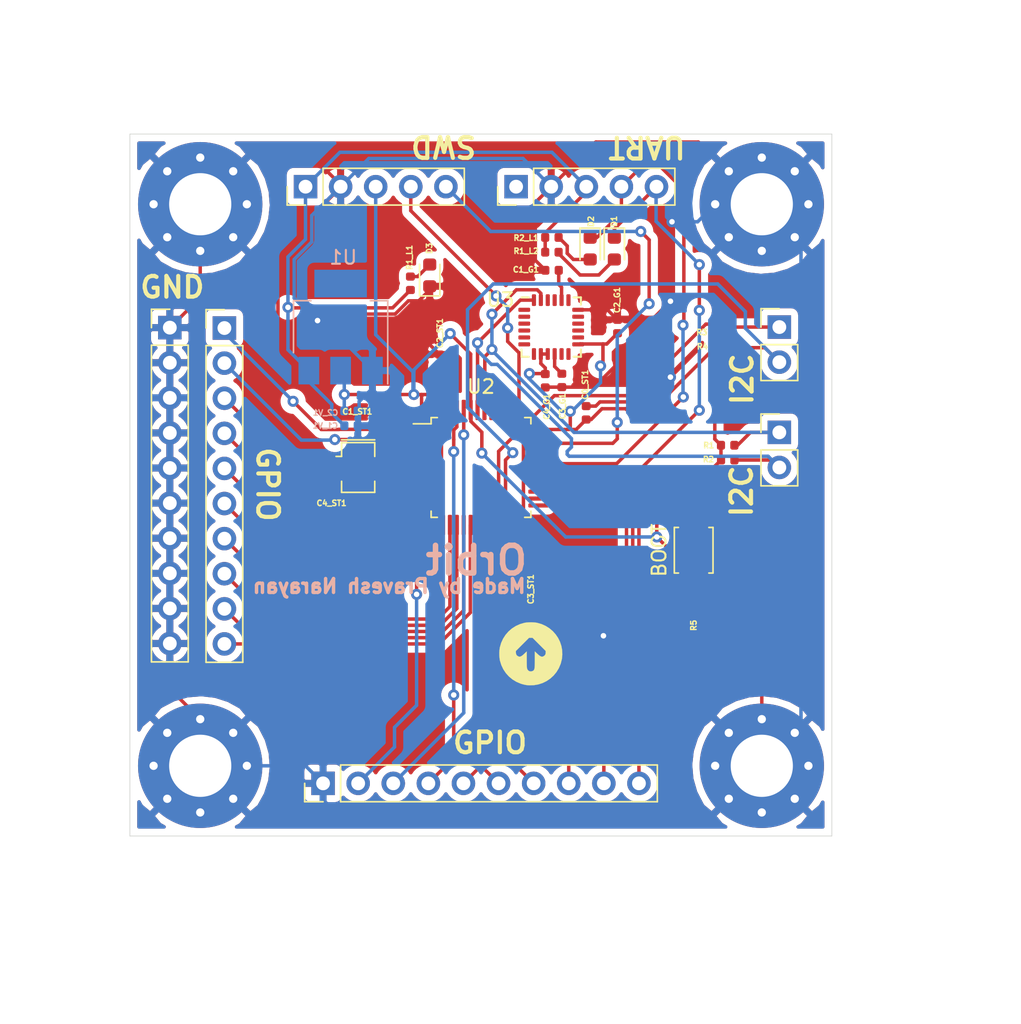
<source format=kicad_pcb>
(kicad_pcb (version 20171130) (host pcbnew "(5.1.6)-1")
  (layers (0 F.Cu signal) (31 B.Cu signal) (34 B.Paste user) (35 F.Paste user) (36 B.SilkS user) (37 F.SilkS user) (38 B.Mask user) (39 F.Mask user) (44 Edge.Cuts user))
  (net 0 "")
  (net 1 GND)
  (net 2 5V_IN)
  (net 3 "Net-(D1-Pad2)")
  (net 4 TX)
  (net 5 "Net-(D2-Pad2)")
  (net 6 RX)
  (net 7 "Net-(D3-Pad2)")
  (net 8 B5)
  (net 9 B4)
  (net 10 B3)
  (net 11 B2)
  (net 12 B1)
  (net 13 B0)
  (net 14 B9)
  (net 15 B8)
  (net 16 B15)
  (net 17 B14)
  (net 18 A2)
  (net 19 A3)
  (net 20 A4)
  (net 21 A5)
  (net 22 A6)
  (net 23 A7)
  (net 24 A8)
  (net 25 A15)
  (net 26 B13)
  (net 27 B12)
  (net 28 SWDIO)
  (net 29 SWCLK)
  (net 30 SDA2)
  (net 31 SCL2)
  (net 32 SDA1)
  (net 33 SCL1)
  (net 34 "Net-(J7-Pad1)")
  (net 35 BOOT)
  (net 36 A1)
  (net 37 A0)
  (net 38 "Net-(U2-Pad7)")
  (net 39 OSC_OUT)
  (net 40 OSC_IN)
  (net 41 C15)
  (net 42 C14)
  (net 43 C13)
  (net 44 "Net-(C1_G1-Pad2)")
  (net 45 "Net-(C3_G1-Pad1)")
  (net 46 "Net-(U3-Pad1)")
  (net 47 "Net-(U3-Pad6)")
  (net 48 "Net-(U3-Pad7)")
  (net 49 "Net-(U3-Pad11)")
  (net 50 "Net-(U3-Pad12)")
  (net 51 A11)
  (net 52 A12)
  (net 53 "Net-(R5-Pad2)")
  (module Image:tt (layer F.Cu) (at 57.97 68.98)
    (fp_text reference . hide)
    (fp_text value LOGO hide)
  )
  (module Button_Switch_SMD:SW_SPST_B3U-1000P (layer F.Cu) (at 69.77 61.5 90)
    (fp_text reference BOOT (at 0 -2.5 90) (layer F.SilkS))
    (fp_text value SW_DIP_x01)
    (pad 2 smd rect (at 1.7 0 90) (size 0.9 1.7) (layers F.Cu F.Paste F.Mask) (net 53 "Net-(R5-Pad2)"))
    (pad 1 smd rect (at -1.7 0 90) (size 0.9 1.7) (layers F.Cu F.Paste F.Mask) (net 35 BOOT))
  )
  (module Resistor_SMD:R_0402_1005Metric (layer F.Cu) (at 69.77 65.51 90)
    (fp_text reference R5 (at -1.43 0 90) (layer F.SilkS) (effects (font (size 0.4 0.4) (thickness 0.1))))
    (fp_text value 1k)
    (pad 2 smd roundrect (at 0.485 0 90) (size 0.59 0.64) (layers F.Cu F.Paste F.Mask) (net 53 "Net-(R5-Pad2)"))
    (pad 1 smd roundrect (at -0.485 0 90) (size 0.59 0.64) (layers F.Cu F.Paste F.Mask) (net 1 GND))
  )
  (module Connector_PinHeader_2.54mm:PinHeader_1x10_P2.54mm_Vertical (layer F.Cu) (at 31.86 45.39)
    (fp_text reference J3)
    (fp_text value Conn_01x10)
    (pad 10 thru_hole oval (at 0 22.86) (size 1.7 1.7) (drill 1) (layers *.Cu *.Mask) (net 1 GND))
    (pad 9 thru_hole oval (at 0 20.32) (size 1.7 1.7) (drill 1) (layers *.Cu *.Mask) (net 1 GND))
    (pad 8 thru_hole oval (at 0 17.78) (size 1.7 1.7) (drill 1) (layers *.Cu *.Mask) (net 1 GND))
    (pad 7 thru_hole oval (at 0 15.24) (size 1.7 1.7) (drill 1) (layers *.Cu *.Mask) (net 1 GND))
    (pad 6 thru_hole oval (at 0 12.7) (size 1.7 1.7) (drill 1) (layers *.Cu *.Mask) (net 1 GND))
    (pad 5 thru_hole oval (at 0 10.16) (size 1.7 1.7) (drill 1) (layers *.Cu *.Mask) (net 1 GND))
    (pad 4 thru_hole oval (at 0 7.62) (size 1.7 1.7) (drill 1) (layers *.Cu *.Mask) (net 1 GND))
    (pad 3 thru_hole oval (at 0 5.08) (size 1.7 1.7) (drill 1) (layers *.Cu *.Mask) (net 1 GND))
    (pad 2 thru_hole oval (at 0 2.54) (size 1.7 1.7) (drill 1) (layers *.Cu *.Mask) (net 1 GND))
    (pad 1 thru_hole rect (at 0 0) (size 1.7 1.7) (drill 1) (layers *.Cu *.Mask) (net 1 GND))
  )
  (module Capacitor_SMD:C_0402_1005Metric (layer F.Cu) (at 61.99 51.555 90)
    (fp_text reference C0_ST1 (at 2.04 -0.07 90) (layer F.SilkS) (effects (font (size 0.4 0.4) (thickness 0.1))))
    (fp_text value 1u)
    (pad 1 smd roundrect (at -0.485 0 90) (size 0.59 0.64) (layers F.Cu F.Paste F.Mask) (net 35 BOOT))
    (pad 2 smd roundrect (at 0.485 0 90) (size 0.59 0.64) (layers F.Cu F.Paste F.Mask) (net 1 GND))
  )
  (module Capacitor_SMD:C_0402_1005Metric (layer F.Cu) (at 59.52 41.24)
    (fp_text reference C1_G1 (at -1.89 -0.05) (layer F.SilkS) (effects (font (size 0.4 0.4) (thickness 0.1))))
    (fp_text value 2.2n)
    (pad 2 smd roundrect (at 0.485 0) (size 0.59 0.64) (layers F.Cu F.Paste F.Mask) (net 44 "Net-(C1_G1-Pad2)"))
    (pad 1 smd roundrect (at -0.485 0) (size 0.59 0.64) (layers F.Cu F.Paste F.Mask) (net 1 GND))
  )
  (module Capacitor_SMD:C_0402_1005Metric (layer F.Cu) (at 47.47 51.5 180)
    (fp_text reference C1_ST1 (at 2.04 0.03) (layer F.SilkS) (effects (font (size 0.4 0.4) (thickness 0.1))))
    (fp_text value 100n)
    (pad 1 smd roundrect (at -0.485 0 180) (size 0.59 0.64) (layers F.Cu F.Paste F.Mask) (net 35 BOOT))
    (pad 2 smd roundrect (at 0.485 0 180) (size 0.59 0.64) (layers F.Cu F.Paste F.Mask) (net 1 GND))
  )
  (module Capacitor_SMD:C_0402_1005Metric (layer B.Cu) (at 44.975 52.49 180)
    (fp_text reference C1_V1 (at 1.865 0) (layer B.SilkS) (effects (font (size 0.4 0.4) (thickness 0.1)) (justify mirror)))
    (fp_text value 10u)
    (pad 1 smd roundrect (at -0.485 0 180) (size 0.59 0.64) (layers B.Cu B.Paste B.Mask) (net 1 GND))
    (pad 2 smd roundrect (at 0.485 0 180) (size 0.59 0.64) (layers B.Cu B.Paste B.Mask) (net 2 5V_IN))
  )
  (module Capacitor_SMD:C_0402_1005Metric (layer F.Cu) (at 64.26 45.31 270)
    (fp_text reference C2_G1 (at -1.915 0.03 90) (layer F.SilkS) (effects (font (size 0.4 0.4) (thickness 0.1))))
    (fp_text value 0.1u)
    (pad 1 smd roundrect (at -0.485 0 270) (size 0.59 0.64) (layers F.Cu F.Paste F.Mask) (net 1 GND))
    (pad 2 smd roundrect (at 0.485 0 270) (size 0.59 0.64) (layers F.Cu F.Paste F.Mask) (net 35 BOOT))
  )
  (module Capacitor_SMD:C_0402_1005Metric (layer F.Cu) (at 51.38 47.825 90)
    (fp_text reference C2_ST1 (at 2.03 0.03 90) (layer F.SilkS) (effects (font (size 0.4 0.4) (thickness 0.1))))
    (fp_text value 100n)
    (pad 2 smd roundrect (at 0.485 0 90) (size 0.59 0.64) (layers F.Cu F.Paste F.Mask) (net 1 GND))
    (pad 1 smd roundrect (at -0.485 0 90) (size 0.59 0.64) (layers F.Cu F.Paste F.Mask) (net 35 BOOT))
  )
  (module Capacitor_SMD:C_0402_1005Metric (layer B.Cu) (at 44.97 51.42)
    (fp_text reference C2_V1 (at -1.84 0.13) (layer B.SilkS) (effects (font (size 0.4 0.4) (thickness 0.1)) (justify mirror)))
    (fp_text value 10u)
    (pad 2 smd roundrect (at 0.485 0) (size 0.59 0.64) (layers B.Cu B.Paste B.Mask) (net 1 GND))
    (pad 1 smd roundrect (at -0.485 0) (size 0.59 0.64) (layers B.Cu B.Paste B.Mask) (net 35 BOOT))
  )
  (module Capacitor_SMD:C_0402_1005Metric (layer F.Cu) (at 60.23 49.21 270)
    (fp_text reference C3_G1 (at 1.87 -0.05 90) (layer F.SilkS) (effects (font (size 0.4 0.4) (thickness 0.1))))
    (fp_text value 0.1u)
    (pad 1 smd roundrect (at -0.485 0 270) (size 0.59 0.64) (layers F.Cu F.Paste F.Mask) (net 45 "Net-(C3_G1-Pad1)"))
    (pad 2 smd roundrect (at 0.485 0 270) (size 0.59 0.64) (layers F.Cu F.Paste F.Mask) (net 1 GND))
  )
  (module Capacitor_SMD:C_0402_1005Metric (layer F.Cu) (at 58.01 62.295 270)
    (fp_text reference C3_ST1 (at 2.024999 0.024999 90) (layer F.SilkS) (effects (font (size 0.4 0.4) (thickness 0.1))))
    (fp_text value 100n)
    (pad 1 smd roundrect (at -0.485 0 270) (size 0.59 0.64) (layers F.Cu F.Paste F.Mask) (net 35 BOOT))
    (pad 2 smd roundrect (at 0.485 0 270) (size 0.59 0.64) (layers F.Cu F.Paste F.Mask) (net 1 GND))
  )
  (module Capacitor_SMD:C_0402_1005Metric (layer F.Cu) (at 59.03 49.235 270)
    (fp_text reference C4_G1 (at 1.875 -0.1 90) (layer F.SilkS) (effects (font (size 0.4 0.4) (thickness 0.1))))
    (fp_text value 10n)
    (pad 2 smd roundrect (at 0.485 0 270) (size 0.59 0.64) (layers F.Cu F.Paste F.Mask) (net 1 GND))
    (pad 1 smd roundrect (at -0.485 0 270) (size 0.59 0.64) (layers F.Cu F.Paste F.Mask) (net 35 BOOT))
  )
  (module Capacitor_SMD:C_0402_1005Metric (layer F.Cu) (at 45.59 58.08 180)
    (fp_text reference C4_ST1 (at 2.024999 -0.01) (layer F.SilkS) (effects (font (size 0.4 0.4) (thickness 0.1))))
    (fp_text value 100n)
    (pad 2 smd roundrect (at 0.485 0 180) (size 0.59 0.64) (layers F.Cu F.Paste F.Mask) (net 1 GND))
    (pad 1 smd roundrect (at -0.485 0 180) (size 0.59 0.64) (layers F.Cu F.Paste F.Mask) (net 35 BOOT))
  )
  (module LED_SMD:LED_0603_1608Metric (layer F.Cu) (at 64.03 39.67 270)
    (fp_text reference D1 (at -1.97 0.02 90) (layer F.SilkS) (effects (font (size 0.4 0.4) (thickness 0.1))))
    (fp_text value LED)
    (pad 2 smd roundrect (at 0.7875 0 270) (size 0.875 0.95) (layers F.Cu F.Paste F.Mask) (net 3 "Net-(D1-Pad2)"))
    (pad 1 smd roundrect (at -0.7875 0 270) (size 0.875 0.95) (layers F.Cu F.Paste F.Mask) (net 4 TX))
  )
  (module LED_SMD:LED_0603_1608Metric (layer F.Cu) (at 62.28 39.67 270)
    (fp_text reference D2 (at -1.96 -0.06 90) (layer F.SilkS) (effects (font (size 0.4 0.4) (thickness 0.1))))
    (fp_text value LED)
    (pad 1 smd roundrect (at -0.7875 0 270) (size 0.875 0.95) (layers F.Cu F.Paste F.Mask) (net 6 RX))
    (pad 2 smd roundrect (at 0.7875 0 270) (size 0.875 0.95) (layers F.Cu F.Paste F.Mask) (net 5 "Net-(D2-Pad2)"))
  )
  (module LED_SMD:LED_0603_1608Metric (layer F.Cu) (at 50.67 41.61 90)
    (fp_text reference D3 (at 1.95 -0.03 90) (layer F.SilkS) (effects (font (size 0.4 0.4) (thickness 0.1))))
    (fp_text value LED)
    (pad 1 smd roundrect (at -0.7875 0 90) (size 0.875 0.95) (layers F.Cu F.Paste F.Mask) (net 1 GND))
    (pad 2 smd roundrect (at 0.7875 0 90) (size 0.875 0.95) (layers F.Cu F.Paste F.Mask) (net 7 "Net-(D3-Pad2)"))
  )
  (module MountingHole:MountingHole_4.5mm_Pad_Via (layer F.Cu) (at 34.06 36.46)
    (fp_text reference H1)
    (fp_text value MountingHole_Pad)
    (pad 1 thru_hole circle (at 2.386485 -2.386485) (size 0.9 0.9) (drill 0.6) (layers *.Cu *.Mask) (net 1 GND))
    (pad 1 thru_hole circle (at 0 -3.375) (size 0.9 0.9) (drill 0.6) (layers *.Cu *.Mask) (net 1 GND))
    (pad 1 thru_hole circle (at -2.386485 -2.386485) (size 0.9 0.9) (drill 0.6) (layers *.Cu *.Mask) (net 1 GND))
    (pad 1 thru_hole circle (at -3.375 0) (size 0.9 0.9) (drill 0.6) (layers *.Cu *.Mask) (net 1 GND))
    (pad 1 thru_hole circle (at -2.386485 2.386485) (size 0.9 0.9) (drill 0.6) (layers *.Cu *.Mask) (net 1 GND))
    (pad 1 thru_hole circle (at 0 3.375) (size 0.9 0.9) (drill 0.6) (layers *.Cu *.Mask) (net 1 GND))
    (pad 1 thru_hole circle (at 2.386485 2.386485) (size 0.9 0.9) (drill 0.6) (layers *.Cu *.Mask) (net 1 GND))
    (pad 1 thru_hole circle (at 3.375 0) (size 0.9 0.9) (drill 0.6) (layers *.Cu *.Mask) (net 1 GND))
    (pad 1 thru_hole circle (at 0 0) (size 9 9) (drill 4.5) (layers *.Cu *.Mask) (net 1 GND))
  )
  (module MountingHole:MountingHole_4.5mm_Pad_Via (layer F.Cu) (at 74.7 77.1)
    (fp_text reference H2)
    (fp_text value MountingHole_Pad)
    (pad 1 thru_hole circle (at 0 0) (size 9 9) (drill 4.5) (layers *.Cu *.Mask) (net 1 GND))
    (pad 1 thru_hole circle (at 3.375 0) (size 0.9 0.9) (drill 0.6) (layers *.Cu *.Mask) (net 1 GND))
    (pad 1 thru_hole circle (at 2.386485 2.386485) (size 0.9 0.9) (drill 0.6) (layers *.Cu *.Mask) (net 1 GND))
    (pad 1 thru_hole circle (at 0 3.375) (size 0.9 0.9) (drill 0.6) (layers *.Cu *.Mask) (net 1 GND))
    (pad 1 thru_hole circle (at -2.386485 2.386485) (size 0.9 0.9) (drill 0.6) (layers *.Cu *.Mask) (net 1 GND))
    (pad 1 thru_hole circle (at -3.375 0) (size 0.9 0.9) (drill 0.6) (layers *.Cu *.Mask) (net 1 GND))
    (pad 1 thru_hole circle (at -2.386485 -2.386485) (size 0.9 0.9) (drill 0.6) (layers *.Cu *.Mask) (net 1 GND))
    (pad 1 thru_hole circle (at 0 -3.375) (size 0.9 0.9) (drill 0.6) (layers *.Cu *.Mask) (net 1 GND))
    (pad 1 thru_hole circle (at 2.386485 -2.386485) (size 0.9 0.9) (drill 0.6) (layers *.Cu *.Mask) (net 1 GND))
  )
  (module MountingHole:MountingHole_4.5mm_Pad_Via (layer F.Cu) (at 34.06 77.1)
    (fp_text reference H3)
    (fp_text value MountingHole_Pad)
    (pad 1 thru_hole circle (at 2.386485 -2.386485) (size 0.9 0.9) (drill 0.6) (layers *.Cu *.Mask) (net 1 GND))
    (pad 1 thru_hole circle (at 0 -3.375) (size 0.9 0.9) (drill 0.6) (layers *.Cu *.Mask) (net 1 GND))
    (pad 1 thru_hole circle (at -2.386485 -2.386485) (size 0.9 0.9) (drill 0.6) (layers *.Cu *.Mask) (net 1 GND))
    (pad 1 thru_hole circle (at -3.375 0) (size 0.9 0.9) (drill 0.6) (layers *.Cu *.Mask) (net 1 GND))
    (pad 1 thru_hole circle (at -2.386485 2.386485) (size 0.9 0.9) (drill 0.6) (layers *.Cu *.Mask) (net 1 GND))
    (pad 1 thru_hole circle (at 0 3.375) (size 0.9 0.9) (drill 0.6) (layers *.Cu *.Mask) (net 1 GND))
    (pad 1 thru_hole circle (at 2.386485 2.386485) (size 0.9 0.9) (drill 0.6) (layers *.Cu *.Mask) (net 1 GND))
    (pad 1 thru_hole circle (at 3.375 0) (size 0.9 0.9) (drill 0.6) (layers *.Cu *.Mask) (net 1 GND))
    (pad 1 thru_hole circle (at 0 0) (size 9 9) (drill 4.5) (layers *.Cu *.Mask) (net 1 GND))
  )
  (module MountingHole:MountingHole_4.5mm_Pad_Via (layer F.Cu) (at 74.7 36.46)
    (fp_text reference H4)
    (fp_text value MountingHole_Pad)
    (pad 1 thru_hole circle (at 0 0) (size 9 9) (drill 4.5) (layers *.Cu *.Mask) (net 1 GND))
    (pad 1 thru_hole circle (at 3.375 0) (size 0.9 0.9) (drill 0.6) (layers *.Cu *.Mask) (net 1 GND))
    (pad 1 thru_hole circle (at 2.386485 2.386485) (size 0.9 0.9) (drill 0.6) (layers *.Cu *.Mask) (net 1 GND))
    (pad 1 thru_hole circle (at 0 3.375) (size 0.9 0.9) (drill 0.6) (layers *.Cu *.Mask) (net 1 GND))
    (pad 1 thru_hole circle (at -2.386485 2.386485) (size 0.9 0.9) (drill 0.6) (layers *.Cu *.Mask) (net 1 GND))
    (pad 1 thru_hole circle (at -3.375 0) (size 0.9 0.9) (drill 0.6) (layers *.Cu *.Mask) (net 1 GND))
    (pad 1 thru_hole circle (at -2.386485 -2.386485) (size 0.9 0.9) (drill 0.6) (layers *.Cu *.Mask) (net 1 GND))
    (pad 1 thru_hole circle (at 0 -3.375) (size 0.9 0.9) (drill 0.6) (layers *.Cu *.Mask) (net 1 GND))
    (pad 1 thru_hole circle (at 2.386485 -2.386485) (size 0.9 0.9) (drill 0.6) (layers *.Cu *.Mask) (net 1 GND))
  )
  (module Connector_PinHeader_2.54mm:PinHeader_1x10_P2.54mm_Vertical (layer F.Cu) (at 42.95 78.37 90)
    (fp_text reference J2)
    (fp_text value Conn_01x10)
    (pad 1 thru_hole rect (at 0 0 90) (size 1.7 1.7) (drill 1) (layers *.Cu *.Mask) (net 1 GND))
    (pad 2 thru_hole oval (at 0 2.54 90) (size 1.7 1.7) (drill 1) (layers *.Cu *.Mask) (net 43 C13))
    (pad 3 thru_hole oval (at 0 5.08 90) (size 1.7 1.7) (drill 1) (layers *.Cu *.Mask) (net 15 B8))
    (pad 4 thru_hole oval (at 0 7.62 90) (size 1.7 1.7) (drill 1) (layers *.Cu *.Mask) (net 14 B9))
    (pad 5 thru_hole oval (at 0 10.16 90) (size 1.7 1.7) (drill 1) (layers *.Cu *.Mask) (net 13 B0))
    (pad 6 thru_hole oval (at 0 12.7 90) (size 1.7 1.7) (drill 1) (layers *.Cu *.Mask) (net 12 B1))
    (pad 7 thru_hole oval (at 0 15.24 90) (size 1.7 1.7) (drill 1) (layers *.Cu *.Mask) (net 11 B2))
    (pad 8 thru_hole oval (at 0 17.78 90) (size 1.7 1.7) (drill 1) (layers *.Cu *.Mask) (net 17 B14))
    (pad 9 thru_hole oval (at 0 20.32 90) (size 1.7 1.7) (drill 1) (layers *.Cu *.Mask) (net 16 B15))
    (pad 10 thru_hole oval (at 0 22.86 90) (size 1.7 1.7) (drill 1) (layers *.Cu *.Mask) (net 24 A8))
  )
  (module Connector_PinHeader_2.54mm:PinHeader_1x10_P2.54mm_Vertical (layer F.Cu) (at 35.81 45.42)
    (fp_text reference J3)
    (fp_text value Conn_01x10)
    (pad 1 thru_hole rect (at 0 0) (size 1.7 1.7) (drill 1) (layers *.Cu *.Mask) (net 42 C14))
    (pad 2 thru_hole oval (at 0 2.54) (size 1.7 1.7) (drill 1) (layers *.Cu *.Mask) (net 41 C15))
    (pad 3 thru_hole oval (at 0 5.08) (size 1.7 1.7) (drill 1) (layers *.Cu *.Mask) (net 37 A0))
    (pad 4 thru_hole oval (at 0 7.62) (size 1.7 1.7) (drill 1) (layers *.Cu *.Mask) (net 36 A1))
    (pad 5 thru_hole oval (at 0 10.16) (size 1.7 1.7) (drill 1) (layers *.Cu *.Mask) (net 18 A2))
    (pad 6 thru_hole oval (at 0 12.7) (size 1.7 1.7) (drill 1) (layers *.Cu *.Mask) (net 19 A3))
    (pad 7 thru_hole oval (at 0 15.24) (size 1.7 1.7) (drill 1) (layers *.Cu *.Mask) (net 20 A4))
    (pad 8 thru_hole oval (at 0 17.78) (size 1.7 1.7) (drill 1) (layers *.Cu *.Mask) (net 21 A5))
    (pad 9 thru_hole oval (at 0 20.32) (size 1.7 1.7) (drill 1) (layers *.Cu *.Mask) (net 22 A6))
    (pad 10 thru_hole oval (at 0 22.86) (size 1.7 1.7) (drill 1) (layers *.Cu *.Mask) (net 23 A7))
  )
  (module Connector_PinHeader_2.54mm:PinHeader_1x05_P2.54mm_Vertical (layer F.Cu) (at 41.68 35.19 90)
    (fp_text reference J4)
    (fp_text value Conn_01x05)
    (pad 5 thru_hole oval (at 0 10.16 90) (size 1.7 1.7) (drill 1) (layers *.Cu *.Mask) (net 28 SWDIO))
    (pad 4 thru_hole oval (at 0 7.62 90) (size 1.7 1.7) (drill 1) (layers *.Cu *.Mask) (net 29 SWCLK))
    (pad 3 thru_hole oval (at 0 5.08 90) (size 1.7 1.7) (drill 1) (layers *.Cu *.Mask) (net 35 BOOT))
    (pad 2 thru_hole oval (at 0 2.54 90) (size 1.7 1.7) (drill 1) (layers *.Cu *.Mask) (net 1 GND))
    (pad 1 thru_hole rect (at 0 0 90) (size 1.7 1.7) (drill 1) (layers *.Cu *.Mask) (net 2 5V_IN))
  )
  (module Connector_PinHeader_2.54mm:PinHeader_1x02_P2.54mm_Vertical (layer F.Cu) (at 75.97 45.35)
    (fp_text reference J5)
    (fp_text value Conn_01x02)
    (pad 2 thru_hole oval (at 0 2.54) (size 1.7 1.7) (drill 1) (layers *.Cu *.Mask) (net 30 SDA2))
    (pad 1 thru_hole rect (at 0 0) (size 1.7 1.7) (drill 1) (layers *.Cu *.Mask) (net 31 SCL2))
  )
  (module Connector_PinHeader_2.54mm:PinHeader_1x02_P2.54mm_Vertical (layer F.Cu) (at 75.97 52.97)
    (fp_text reference J6)
    (fp_text value Conn_01x02)
    (pad 1 thru_hole rect (at 0 0) (size 1.7 1.7) (drill 1) (layers *.Cu *.Mask) (net 33 SCL1))
    (pad 2 thru_hole oval (at 0 2.54) (size 1.7 1.7) (drill 1) (layers *.Cu *.Mask) (net 32 SDA1))
  )
  (module Connector_PinHeader_2.54mm:PinHeader_1x05_P2.54mm_Vertical (layer F.Cu) (at 56.92 35.19 90)
    (fp_text reference J7)
    (fp_text value Conn_01x05)
    (pad 1 thru_hole rect (at 0 0 90) (size 1.7 1.7) (drill 1) (layers *.Cu *.Mask) (net 34 "Net-(J7-Pad1)"))
    (pad 2 thru_hole oval (at 0 2.54 90) (size 1.7 1.7) (drill 1) (layers *.Cu *.Mask) (net 1 GND))
    (pad 3 thru_hole oval (at 0 5.08 90) (size 1.7 1.7) (drill 1) (layers *.Cu *.Mask) (net 2 5V_IN))
    (pad 4 thru_hole oval (at 0 7.62 90) (size 1.7 1.7) (drill 1) (layers *.Cu *.Mask) (net 6 RX))
    (pad 5 thru_hole oval (at 0 10.16 90) (size 1.7 1.7) (drill 1) (layers *.Cu *.Mask) (net 4 TX))
  )
  (module Resistor_SMD:R_0402_1005Metric (layer F.Cu) (at 72.23 53.9)
    (fp_text reference R1 (at -1.37 0.01) (layer F.SilkS) (effects (font (size 0.4 0.4) (thickness 0.1))))
    (fp_text value 1k)
    (pad 1 smd roundrect (at -0.485 0) (size 0.59 0.64) (layers F.Cu F.Paste F.Mask) (net 35 BOOT))
    (pad 2 smd roundrect (at 0.485 0) (size 0.59 0.64) (layers F.Cu F.Paste F.Mask) (net 33 SCL1))
  )
  (module Resistor_SMD:R_0402_1005Metric (layer F.Cu) (at 72.235 54.97)
    (fp_text reference R2 (at -1.395 -0.05) (layer F.SilkS) (effects (font (size 0.4 0.4) (thickness 0.1))))
    (fp_text value 1k)
    (pad 2 smd roundrect (at 0.485 0) (size 0.59 0.64) (layers F.Cu F.Paste F.Mask) (net 32 SDA1))
    (pad 1 smd roundrect (at -0.485 0) (size 0.59 0.64) (layers F.Cu F.Paste F.Mask) (net 35 BOOT))
  )
  (module Resistor_SMD:R_0402_1005Metric (layer F.Cu) (at 71.78 45.78)
    (fp_text reference R3 (at -1.42 -0.05) (layer F.SilkS) (effects (font (size 0.4 0.4) (thickness 0.1))))
    (fp_text value 1k)
    (pad 2 smd roundrect (at 0.485 0) (size 0.59 0.64) (layers F.Cu F.Paste F.Mask) (net 31 SCL2))
    (pad 1 smd roundrect (at -0.485 0) (size 0.59 0.64) (layers F.Cu F.Paste F.Mask) (net 35 BOOT))
  )
  (module Resistor_SMD:R_0402_1005Metric (layer F.Cu) (at 71.785 46.84)
    (fp_text reference R4 (at -1.38 -0.08) (layer F.SilkS) (effects (font (size 0.4 0.4) (thickness 0.1))))
    (fp_text value 1k)
    (pad 1 smd roundrect (at -0.485 0) (size 0.59 0.64) (layers F.Cu F.Paste F.Mask) (net 35 BOOT))
    (pad 2 smd roundrect (at 0.485 0) (size 0.59 0.64) (layers F.Cu F.Paste F.Mask) (net 30 SDA2))
  )
  (module Resistor_SMD:R_0402_1005Metric (layer F.Cu) (at 49.27 42.18 90)
    (fp_text reference R1_L1 (at 1.87 -0.07 90) (layer F.SilkS) (effects (font (size 0.4 0.4) (thickness 0.1))))
    (fp_text value 330)
    (pad 1 smd roundrect (at -0.485 0 90) (size 0.59 0.64) (layers F.Cu F.Paste F.Mask) (net 2 5V_IN))
    (pad 2 smd roundrect (at 0.485 0 90) (size 0.59 0.64) (layers F.Cu F.Paste F.Mask) (net 7 "Net-(D3-Pad2)"))
  )
  (module Resistor_SMD:R_0402_1005Metric (layer F.Cu) (at 59.51 39.93)
    (fp_text reference R1_L2 (at -1.87 -0.08) (layer F.SilkS) (effects (font (size 0.4 0.4) (thickness 0.1))))
    (fp_text value 330)
    (pad 2 smd roundrect (at 0.485 0) (size 0.59 0.64) (layers F.Cu F.Paste F.Mask) (net 3 "Net-(D1-Pad2)"))
    (pad 1 smd roundrect (at -0.485 0) (size 0.59 0.64) (layers F.Cu F.Paste F.Mask) (net 2 5V_IN))
  )
  (module Resistor_SMD:R_0402_1005Metric (layer F.Cu) (at 59.51 38.86)
    (fp_text reference R2_L1 (at -1.87 0.04) (layer F.SilkS) (effects (font (size 0.4 0.4) (thickness 0.1))))
    (fp_text value 330)
    (pad 1 smd roundrect (at -0.485 0) (size 0.59 0.64) (layers F.Cu F.Paste F.Mask) (net 2 5V_IN))
    (pad 2 smd roundrect (at 0.485 0) (size 0.59 0.64) (layers F.Cu F.Paste F.Mask) (net 5 "Net-(D2-Pad2)"))
  )
  (module Package_TO_SOT_SMD:SOT-223-3_TabPin2 (layer B.Cu) (at 44.22 45.35 90)
    (fp_text reference U1 (at 5.04 0.19) (layer B.SilkS) (effects (justify mirror)))
    (fp_text value NCP1117-3.3_SOT223)
    (pad 2 smd rect (at 3.15 0 90) (size 2 3.8) (layers B.Cu B.Paste B.Mask) (net 35 BOOT))
    (pad 2 smd rect (at -3.15 0 90) (size 2 1.5) (layers B.Cu B.Paste B.Mask) (net 35 BOOT))
    (pad 3 smd rect (at -3.15 -2.3 90) (size 2 1.5) (layers B.Cu B.Paste B.Mask) (net 2 5V_IN))
    (pad 1 smd rect (at -3.15 2.3 90) (size 2 1.5) (layers B.Cu B.Paste B.Mask) (net 1 GND))
  )
  (module Package_QFP:LQFP-48_7x7mm_P0.5mm (layer F.Cu) (at 54.38 55.51)
    (fp_text reference U2 (at 0 -5.85) (layer F.SilkS))
    (fp_text value STM32F103C8Tx)
    (pad 1 smd roundrect (at -4.1625 -2.75) (size 1.475 0.3) (layers F.Cu F.Paste F.Mask) (net 35 BOOT))
    (pad 2 smd roundrect (at -4.1625 -2.25) (size 1.475 0.3) (layers F.Cu F.Paste F.Mask) (net 43 C13))
    (pad 3 smd roundrect (at -4.1625 -1.75) (size 1.475 0.3) (layers F.Cu F.Paste F.Mask) (net 42 C14))
    (pad 4 smd roundrect (at -4.1625 -1.25) (size 1.475 0.3) (layers F.Cu F.Paste F.Mask) (net 41 C15))
    (pad 5 smd roundrect (at -4.1625 -0.75) (size 1.475 0.3) (layers F.Cu F.Paste F.Mask) (net 40 OSC_IN))
    (pad 6 smd roundrect (at -4.1625 -0.25) (size 1.475 0.3) (layers F.Cu F.Paste F.Mask) (net 39 OSC_OUT))
    (pad 7 smd roundrect (at -4.1625 0.25) (size 1.475 0.3) (layers F.Cu F.Paste F.Mask) (net 38 "Net-(U2-Pad7)"))
    (pad 8 smd roundrect (at -4.1625 0.75) (size 1.475 0.3) (layers F.Cu F.Paste F.Mask) (net 1 GND))
    (pad 9 smd roundrect (at -4.1625 1.25) (size 1.475 0.3) (layers F.Cu F.Paste F.Mask) (net 35 BOOT))
    (pad 10 smd roundrect (at -4.1625 1.75) (size 1.475 0.3) (layers F.Cu F.Paste F.Mask) (net 37 A0))
    (pad 11 smd roundrect (at -4.1625 2.25) (size 1.475 0.3) (layers F.Cu F.Paste F.Mask) (net 36 A1))
    (pad 12 smd roundrect (at -4.1625 2.75) (size 1.475 0.3) (layers F.Cu F.Paste F.Mask) (net 18 A2))
    (pad 13 smd roundrect (at -2.75 4.1625) (size 0.3 1.475) (layers F.Cu F.Paste F.Mask) (net 19 A3))
    (pad 14 smd roundrect (at -2.25 4.1625) (size 0.3 1.475) (layers F.Cu F.Paste F.Mask) (net 20 A4))
    (pad 15 smd roundrect (at -1.75 4.1625) (size 0.3 1.475) (layers F.Cu F.Paste F.Mask) (net 21 A5))
    (pad 16 smd roundrect (at -1.25 4.1625) (size 0.3 1.475) (layers F.Cu F.Paste F.Mask) (net 22 A6))
    (pad 17 smd roundrect (at -0.75 4.1625) (size 0.3 1.475) (layers F.Cu F.Paste F.Mask) (net 23 A7))
    (pad 18 smd roundrect (at -0.25 4.1625) (size 0.3 1.475) (layers F.Cu F.Paste F.Mask) (net 13 B0))
    (pad 19 smd roundrect (at 0.25 4.1625) (size 0.3 1.475) (layers F.Cu F.Paste F.Mask) (net 12 B1))
    (pad 20 smd roundrect (at 0.75 4.1625) (size 0.3 1.475) (layers F.Cu F.Paste F.Mask) (net 11 B2))
    (pad 21 smd roundrect (at 1.25 4.1625) (size 0.3 1.475) (layers F.Cu F.Paste F.Mask) (net 31 SCL2))
    (pad 22 smd roundrect (at 1.75 4.1625) (size 0.3 1.475) (layers F.Cu F.Paste F.Mask) (net 30 SDA2))
    (pad 23 smd roundrect (at 2.25 4.1625) (size 0.3 1.475) (layers F.Cu F.Paste F.Mask) (net 1 GND))
    (pad 24 smd roundrect (at 2.75 4.1625) (size 0.3 1.475) (layers F.Cu F.Paste F.Mask) (net 35 BOOT))
    (pad 25 smd roundrect (at 4.1625 2.75) (size 1.475 0.3) (layers F.Cu F.Paste F.Mask) (net 27 B12))
    (pad 26 smd roundrect (at 4.1625 2.25) (size 1.475 0.3) (layers F.Cu F.Paste F.Mask) (net 26 B13))
    (pad 27 smd roundrect (at 4.1625 1.75) (size 1.475 0.3) (layers F.Cu F.Paste F.Mask) (net 17 B14))
    (pad 28 smd roundrect (at 4.1625 1.25) (size 1.475 0.3) (layers F.Cu F.Paste F.Mask) (net 16 B15))
    (pad 29 smd roundrect (at 4.1625 0.75) (size 1.475 0.3) (layers F.Cu F.Paste F.Mask) (net 24 A8))
    (pad 30 smd roundrect (at 4.1625 0.25) (size 1.475 0.3) (layers F.Cu F.Paste F.Mask) (net 4 TX))
    (pad 31 smd roundrect (at 4.1625 -0.25) (size 1.475 0.3) (layers F.Cu F.Paste F.Mask) (net 6 RX))
    (pad 32 smd roundrect (at 4.1625 -0.75) (size 1.475 0.3) (layers F.Cu F.Paste F.Mask) (net 51 A11))
    (pad 33 smd roundrect (at 4.1625 -1.25) (size 1.475 0.3) (layers F.Cu F.Paste F.Mask) (net 52 A12))
    (pad 34 smd roundrect (at 4.1625 -1.75) (size 1.475 0.3) (layers F.Cu F.Paste F.Mask) (net 28 SWDIO))
    (pad 35 smd roundrect (at 4.1625 -2.25) (size 1.475 0.3) (layers F.Cu F.Paste F.Mask) (net 1 GND))
    (pad 36 smd roundrect (at 4.1625 -2.75) (size 1.475 0.3) (layers F.Cu F.Paste F.Mask) (net 35 BOOT))
    (pad 37 smd roundrect (at 2.75 -4.1625) (size 0.3 1.475) (layers F.Cu F.Paste F.Mask) (net 29 SWCLK))
    (pad 38 smd roundrect (at 2.25 -4.1625) (size 0.3 1.475) (layers F.Cu F.Paste F.Mask) (net 25 A15))
    (pad 39 smd roundrect (at 1.75 -4.1625) (size 0.3 1.475) (layers F.Cu F.Paste F.Mask) (net 10 B3))
    (pad 40 smd roundrect (at 1.25 -4.1625) (size 0.3 1.475) (layers F.Cu F.Paste F.Mask) (net 9 B4))
    (pad 41 smd roundrect (at 0.75 -4.1625) (size 0.3 1.475) (layers F.Cu F.Paste F.Mask) (net 8 B5))
    (pad 42 smd roundrect (at 0.25 -4.1625) (size 0.3 1.475) (layers F.Cu F.Paste F.Mask) (net 33 SCL1))
    (pad 43 smd roundrect (at -0.25 -4.1625) (size 0.3 1.475) (layers F.Cu F.Paste F.Mask) (net 32 SDA1))
    (pad 44 smd roundrect (at -0.75 -4.1625) (size 0.3 1.475) (layers F.Cu F.Paste F.Mask) (net 35 BOOT))
    (pad 45 smd roundrect (at -1.25 -4.1625) (size 0.3 1.475) (layers F.Cu F.Paste F.Mask) (net 15 B8))
    (pad 46 smd roundrect (at -1.75 -4.1625) (size 0.3 1.475) (layers F.Cu F.Paste F.Mask) (net 14 B9))
    (pad 47 smd roundrect (at -2.25 -4.1625) (size 0.3 1.475) (layers F.Cu F.Paste F.Mask) (net 1 GND))
    (pad 48 smd roundrect (at -2.75 -4.1625) (size 0.3 1.475) (layers F.Cu F.Paste F.Mask) (net 35 BOOT))
  )
  (module Sensor_Motion:InvenSense_QFN-24_4x4mm_P0.5mm (layer F.Cu) (at 59.46 45.35)
    (fp_text reference U3 (at -3.67 -1.98) (layer F.SilkS))
    (fp_text value MPU-6050)
    (pad 1 smd roundrect (at -1.95 -1.25) (size 0.85 0.3) (layers F.Cu F.Paste F.Mask) (net 46 "Net-(U3-Pad1)"))
    (pad 2 smd roundrect (at -1.95 -0.75) (size 0.85 0.3) (layers F.Cu F.Paste F.Mask))
    (pad 3 smd roundrect (at -1.95 -0.25) (size 0.85 0.3) (layers F.Cu F.Paste F.Mask))
    (pad 4 smd roundrect (at -1.95 0.25) (size 0.85 0.3) (layers F.Cu F.Paste F.Mask))
    (pad 5 smd roundrect (at -1.95 0.75) (size 0.85 0.3) (layers F.Cu F.Paste F.Mask))
    (pad 6 smd roundrect (at -1.95 1.25) (size 0.85 0.3) (layers F.Cu F.Paste F.Mask) (net 47 "Net-(U3-Pad6)"))
    (pad 7 smd roundrect (at -1.25 1.95 90) (size 0.85 0.3) (layers F.Cu F.Paste F.Mask) (net 48 "Net-(U3-Pad7)"))
    (pad 8 smd roundrect (at -0.75 1.95 90) (size 0.85 0.3) (layers F.Cu F.Paste F.Mask) (net 35 BOOT))
    (pad 9 smd roundrect (at -0.25 1.95 90) (size 0.85 0.3) (layers F.Cu F.Paste F.Mask) (net 35 BOOT))
    (pad 10 smd roundrect (at 0.25 1.95 90) (size 0.85 0.3) (layers F.Cu F.Paste F.Mask) (net 45 "Net-(C3_G1-Pad1)"))
    (pad 11 smd roundrect (at 0.75 1.95 90) (size 0.85 0.3) (layers F.Cu F.Paste F.Mask) (net 49 "Net-(U3-Pad11)"))
    (pad 12 smd roundrect (at 1.25 1.95 90) (size 0.85 0.3) (layers F.Cu F.Paste F.Mask) (net 50 "Net-(U3-Pad12)"))
    (pad 13 smd roundrect (at 1.95 1.25) (size 0.85 0.3) (layers F.Cu F.Paste F.Mask) (net 35 BOOT))
    (pad 14 smd roundrect (at 1.95 0.75) (size 0.85 0.3) (layers F.Cu F.Paste F.Mask))
    (pad 15 smd roundrect (at 1.95 0.25) (size 0.85 0.3) (layers F.Cu F.Paste F.Mask))
    (pad 16 smd roundrect (at 1.95 -0.25) (size 0.85 0.3) (layers F.Cu F.Paste F.Mask))
    (pad 17 smd roundrect (at 1.95 -0.75) (size 0.85 0.3) (layers F.Cu F.Paste F.Mask))
    (pad 18 smd roundrect (at 1.95 -1.25) (size 0.85 0.3) (layers F.Cu F.Paste F.Mask) (net 1 GND))
    (pad 19 smd roundrect (at 1.25 -1.95 90) (size 0.85 0.3) (layers F.Cu F.Paste F.Mask))
    (pad 20 smd roundrect (at 0.75 -1.95 90) (size 0.85 0.3) (layers F.Cu F.Paste F.Mask) (net 44 "Net-(C1_G1-Pad2)"))
    (pad 21 smd roundrect (at 0.25 -1.95 90) (size 0.85 0.3) (layers F.Cu F.Paste F.Mask))
    (pad 22 smd roundrect (at -0.25 -1.95 90) (size 0.85 0.3) (layers F.Cu F.Paste F.Mask))
    (pad 23 smd roundrect (at -0.75 -1.95 90) (size 0.85 0.3) (layers F.Cu F.Paste F.Mask) (net 33 SCL1))
    (pad 24 smd roundrect (at -1.25 -1.95 90) (size 0.85 0.3) (layers F.Cu F.Paste F.Mask) (net 32 SDA1))
  )
  (module Crystal:Resonator_SMD_muRata_CSTxExxV-3Pin_3.0x1.1mm (layer F.Cu) (at 45.49 55.51 270)
    (fp_text reference Y1)
    (fp_text value 16Mhz)
    (pad 1 smd rect (at -1.2 0 270) (size 0.4 1.9) (layers F.Cu F.Paste F.Mask) (net 40 OSC_IN))
    (pad 2 smd rect (at 0 0 270) (size 0.4 1.9) (layers F.Cu F.Paste F.Mask) (net 1 GND))
    (pad 3 smd rect (at 1.2 0 270) (size 0.4 1.9) (layers F.Cu F.Paste F.Mask) (net 39 OSC_OUT))
  )
  (gr_line (start 28.97 82.18) (end 28.97 31.38) (layer Edge.Cuts) (width 0.05))
  (gr_line (start 79.77 82.18) (end 28.97 82.18) (layer Edge.Cuts) (width 0.05))
  (gr_line (start 79.77 31.38) (end 79.77 82.18) (layer Edge.Cuts) (width 0.05))
  (gr_line (start 28.97 31.38) (end 79.77 31.38) (layer Edge.Cuts) (width 0.05))
  (gr_text "Made by Pravesh Narayan" (at 47.73 64.1) (layer B.SilkS) (effects (font (size 1 1) (thickness 0.25)) (justify mirror)))
  (gr_text "Orbit\n" (at 54.04 62.24) (layer B.SilkS) (effects (font (size 2 2) (thickness 0.4)) (justify mirror)))
  (gr_text "GPIO\n" (at 55.03 75.44) (layer F.SilkS) (effects (font (size 1.5 1.5) (thickness 0.3))))
  (gr_text "I2C\n" (at 73.24 57.23 90) (layer F.SilkS) (effects (font (size 1.5 1.5) (thickness 0.3))))
  (gr_text "I2C\n\n" (at 74.49 49.12 90) (layer F.SilkS) (effects (font (size 1.5 1.5) (thickness 0.3))))
  (gr_text "UART\n" (at 66.39 32.33 180) (layer F.SilkS) (effects (font (size 1.5 1.5) (thickness 0.3))))
  (gr_text "SWD\n" (at 51.67 32.28 180) (layer F.SilkS) (effects (font (size 1.5 1.5) (thickness 0.3))))
  (gr_text "GND\n" (at 32.04 42.47) (layer F.SilkS) (effects (font (size 1.5 1.5) (thickness 0.3))))
  (gr_text "GPIO\n" (at 38.94 56.73 270) (layer F.SilkS) (effects (font (size 1.5 1.5) (thickness 0.3))))
  (segment (start 44.22 46.62) (end 44.675002 46.62) (width 0.25) (layer B.Cu) (net 1))
  (segment (start 44.22 35.19) (end 42.13001 37.27999) (width 0.25) (layer B.Cu) (net 1))
  (segment (start 44.675002 46.62) (end 46.52 48.464998) (width 0.25) (layer B.Cu) (net 1))
  (segment (start 42.13001 37.27999) (end 42.13001 39.1864) (width 0.25) (layer B.Cu) (net 1))
  (segment (start 46.52 48.464998) (end 46.52 48.5) (width 0.25) (layer B.Cu) (net 1))
  (segment (start 40.86001 43.26001) (end 44.22 46.62) (width 0.25) (layer B.Cu) (net 1))
  (segment (start 42.13001 39.1864) (end 40.86001 40.4564) (width 0.25) (layer B.Cu) (net 1))
  (segment (start 40.86001 40.4564) (end 40.86001 43.26001) (width 0.25) (layer B.Cu) (net 1))
  (segment (start 46.52 48.5) (end 46.52 49.78) (width 0.25) (layer B.Cu) (net 1))
  (segment (start 46.52 49.78) (end 45.56 50.74) (width 0.25) (layer B.Cu) (net 1))
  (segment (start 45.46 51.425) (end 45.455 51.42) (width 0.25) (layer B.Cu) (net 1))
  (segment (start 45.56 51.315) (end 45.455 51.42) (width 0.25) (layer B.Cu) (net 1))
  (segment (start 45.56 50.74) (end 45.56 51.315) (width 0.25) (layer B.Cu) (net 1))
  (segment (start 50.67 42.3975) (end 50.67 42.66) (width 0.25) (layer F.Cu) (net 1))
  (segment (start 49.12641 43.45) (end 48.1664 44.41001) (width 0.25) (layer F.Cu) (net 1))
  (segment (start 50.67 42.66) (end 49.88 43.45) (width 0.25) (layer F.Cu) (net 1))
  (segment (start 49.88 43.45) (end 49.12641 43.45) (width 0.25) (layer F.Cu) (net 1))
  (segment (start 48.1664 44.41001) (end 43.01999 44.41001) (width 0.25) (layer F.Cu) (net 1))
  (segment (start 43.01999 44.41001) (end 42.81 44.62) (width 0.25) (layer F.Cu) (net 1))
  (segment (start 42.81 44.62) (end 42.81 44.63) (width 0.25) (layer F.Cu) (net 1))
  (segment (start 42.8 44.63) (end 42.55 44.88) (width 0.25) (layer F.Cu) (net 1))
  (segment (start 42.55 44.88) (end 42.55 44.88) (width 0.25) (layer F.Cu) (net 1))
  (via (at 42.55 44.88) (size 0.8) (drill 0.4) (layers F.Cu B.Cu) (net 1))
  (segment (start 44.22 35.19) (end 44.22 35.24) (width 0.25) (layer F.Cu) (net 1))
  (segment (start 39.684999 39.775001) (end 39.684999 51.264999) (width 0.25) (layer F.Cu) (net 1))
  (segment (start 44.22 35.24) (end 39.684999 39.775001) (width 0.25) (layer F.Cu) (net 1))
  (segment (start 43.93 55.51) (end 45.49 55.51) (width 0.25) (layer F.Cu) (net 1))
  (segment (start 39.684999 51.264999) (end 43.93 55.51) (width 0.25) (layer F.Cu) (net 1))
  (segment (start 44.22 35.19) (end 44.22 35.05) (width 0.25) (layer F.Cu) (net 1))
  (segment (start 44.22 35.05) (end 42.23 33.06) (width 0.25) (layer F.Cu) (net 1))
  (segment (start 37.46 33.06) (end 36.446485 34.073515) (width 0.25) (layer F.Cu) (net 1))
  (segment (start 42.23 33.06) (end 37.46 33.06) (width 0.25) (layer F.Cu) (net 1))
  (segment (start 44.22 35.19) (end 46.25999 33.15001) (width 0.25) (layer B.Cu) (net 1))
  (segment (start 57.42001 33.15001) (end 59.46 35.19) (width 0.25) (layer B.Cu) (net 1))
  (segment (start 46.25999 33.15001) (end 57.42001 33.15001) (width 0.25) (layer B.Cu) (net 1))
  (segment (start 31.86 68.25) (end 31.86 45.39) (width 0.25) (layer F.Cu) (net 1))
  (segment (start 31.86 45.39) (end 31.86 45.41) (width 0.25) (layer F.Cu) (net 1))
  (segment (start 34.06 43.21) (end 34.06 39.835) (width 0.25) (layer F.Cu) (net 1))
  (segment (start 31.86 45.41) (end 34.06 43.21) (width 0.25) (layer F.Cu) (net 1))
  (segment (start 51.38 47.34) (end 51.39 47.34) (width 0.25) (layer F.Cu) (net 1))
  (segment (start 48.93 44.88) (end 42.55 44.88) (width 0.25) (layer F.Cu) (net 1))
  (segment (start 51.39 47.34) (end 48.93 44.88) (width 0.25) (layer F.Cu) (net 1))
  (segment (start 51.7 47.34) (end 51.38 47.34) (width 0.25) (layer F.Cu) (net 1))
  (segment (start 52.13 47.77) (end 51.7 47.34) (width 0.25) (layer F.Cu) (net 1))
  (segment (start 52.13 51.3475) (end 52.13 47.77) (width 0.25) (layer F.Cu) (net 1))
  (segment (start 41.68 77.1) (end 42.95 78.37) (width 0.25) (layer B.Cu) (net 1))
  (segment (start 37.435 77.1) (end 41.68 77.1) (width 0.25) (layer B.Cu) (net 1))
  (segment (start 77.536484 39.296484) (end 77.086485 38.846485) (width 0.25) (layer B.Cu) (net 1))
  (segment (start 77.086485 74.713515) (end 77.536484 74.263516) (width 0.25) (layer B.Cu) (net 1))
  (segment (start 62.689999 31.960001) (end 70.110001 31.960001) (width 0.25) (layer F.Cu) (net 1))
  (segment (start 59.46 35.19) (end 62.689999 31.960001) (width 0.25) (layer F.Cu) (net 1))
  (segment (start 72.223515 34.073515) (end 72.313515 34.073515) (width 0.25) (layer F.Cu) (net 1))
  (segment (start 70.110001 31.960001) (end 72.223515 34.073515) (width 0.25) (layer F.Cu) (net 1))
  (segment (start 31.86 71.525) (end 34.06 73.725) (width 0.25) (layer F.Cu) (net 1))
  (segment (start 31.86 68.25) (end 31.86 71.525) (width 0.25) (layer F.Cu) (net 1))
  (segment (start 56.63 59.6725) (end 56.63 62.03) (width 0.25) (layer F.Cu) (net 1))
  (segment (start 57.38 62.78) (end 58.01 62.78) (width 0.25) (layer F.Cu) (net 1))
  (segment (start 56.63 62.03) (end 57.38 62.78) (width 0.25) (layer F.Cu) (net 1))
  (segment (start 58.01 62.78) (end 58.33 62.78) (width 0.25) (layer F.Cu) (net 1))
  (via (at 63.24 67.69) (size 0.8) (drill 0.4) (layers F.Cu B.Cu) (net 1))
  (segment (start 75.98 67.69) (end 77.536484 69.246484) (width 0.25) (layer B.Cu) (net 1))
  (segment (start 63.24 67.69) (end 75.98 67.69) (width 0.25) (layer B.Cu) (net 1))
  (segment (start 77.536484 74.263516) (end 77.536484 69.246484) (width 0.25) (layer B.Cu) (net 1))
  (segment (start 77.536484 69.246484) (end 77.536484 39.296484) (width 0.25) (layer B.Cu) (net 1))
  (segment (start 59.03 49.72) (end 59.03 49.75) (width 0.25) (layer F.Cu) (net 1))
  (segment (start 59.085 49.695) (end 60.23 49.695) (width 0.25) (layer F.Cu) (net 1))
  (segment (start 59.03 49.75) (end 59.085 49.695) (width 0.25) (layer F.Cu) (net 1))
  (segment (start 62.98857 50.76502) (end 66.29498 50.76502) (width 0.25) (layer F.Cu) (net 1))
  (segment (start 61.99 51.07) (end 62.68359 51.07) (width 0.25) (layer F.Cu) (net 1))
  (segment (start 62.68359 51.07) (end 62.98857 50.76502) (width 0.25) (layer F.Cu) (net 1))
  (segment (start 66.29498 50.76502) (end 68.09 48.97) (width 0.25) (layer F.Cu) (net 1))
  (via (at 68.09 48.97) (size 0.8) (drill 0.4) (layers F.Cu B.Cu) (net 1))
  (segment (start 68.09 48.97) (end 68.09 43.48) (width 0.25) (layer B.Cu) (net 1))
  (via (at 68.09 43.48) (size 0.8) (drill 0.4) (layers F.Cu B.Cu) (net 1))
  (segment (start 68.09 43.48) (end 68.09 43.56) (width 0.25) (layer F.Cu) (net 1))
  (segment (start 68.09 43.56) (end 68.2 43.45) (width 0.25) (layer F.Cu) (net 1))
  (segment (start 68.2 43.45) (end 68.2 37.73) (width 0.25) (layer F.Cu) (net 1))
  (via (at 68.2 37.73) (size 0.8) (drill 0.4) (layers F.Cu B.Cu) (net 1))
  (segment (start 70.055 37.73) (end 71.325 36.46) (width 0.25) (layer B.Cu) (net 1))
  (segment (start 68.2 37.73) (end 70.055 37.73) (width 0.25) (layer B.Cu) (net 1))
  (segment (start 64.26 44.825) (end 64.26 44.89) (width 0.25) (layer F.Cu) (net 1))
  (segment (start 64.26 44.89) (end 64.5 44.65) (width 0.25) (layer F.Cu) (net 1))
  (segment (start 66.92 44.65) (end 68.09 43.48) (width 0.25) (layer F.Cu) (net 1))
  (segment (start 64.5 44.65) (end 66.92 44.65) (width 0.25) (layer F.Cu) (net 1))
  (segment (start 63.535 44.1) (end 64.26 44.825) (width 0.25) (layer F.Cu) (net 1))
  (segment (start 61.41 44.1) (end 63.535 44.1) (width 0.25) (layer F.Cu) (net 1))
  (segment (start 59.035 41.24) (end 58.31 40.515) (width 0.25) (layer F.Cu) (net 1))
  (segment (start 58.31 36.34) (end 59.46 35.19) (width 0.25) (layer F.Cu) (net 1))
  (segment (start 58.31 40.515) (end 58.31 36.34) (width 0.25) (layer F.Cu) (net 1))
  (segment (start 69.77 65.995) (end 70.385 65.995) (width 0.25) (layer F.Cu) (net 1))
  (segment (start 74.7 70.31) (end 74.7 73.725) (width 0.25) (layer F.Cu) (net 1))
  (segment (start 70.385 65.995) (end 74.7 70.31) (width 0.25) (layer F.Cu) (net 1))
  (segment (start 45.105 58.08) (end 43.71 56.685) (width 0.25) (layer F.Cu) (net 1))
  (segment (start 43.71 55.73) (end 43.93 55.51) (width 0.25) (layer F.Cu) (net 1))
  (segment (start 43.71 56.685) (end 43.71 55.73) (width 0.25) (layer F.Cu) (net 1))
  (segment (start 45.105 58.08) (end 45.105 58.025) (width 0.25) (layer F.Cu) (net 1))
  (segment (start 48.41359 56.26) (end 50.2175 56.26) (width 0.25) (layer F.Cu) (net 1))
  (segment (start 47.438589 57.235001) (end 48.41359 56.26) (width 0.25) (layer F.Cu) (net 1))
  (segment (start 45.894999 57.235001) (end 47.438589 57.235001) (width 0.25) (layer F.Cu) (net 1))
  (segment (start 45.105 58.025) (end 45.894999 57.235001) (width 0.25) (layer F.Cu) (net 1))
  (segment (start 62.568002 49.695) (end 66.95 45.313002) (width 0.25) (layer F.Cu) (net 1))
  (segment (start 60.23 49.695) (end 62.568002 49.695) (width 0.25) (layer F.Cu) (net 1))
  (segment (start 66.95 45.313002) (end 66.95 44.81) (width 0.25) (layer F.Cu) (net 1))
  (segment (start 66.92 44.78) (end 66.92 44.65) (width 0.25) (layer F.Cu) (net 1))
  (segment (start 66.95 44.81) (end 66.92 44.78) (width 0.25) (layer F.Cu) (net 1))
  (segment (start 57.714308 53.28499) (end 57.45 53.549298) (width 0.25) (layer F.Cu) (net 1))
  (segment (start 58.53501 53.28499) (end 57.714308 53.28499) (width 0.25) (layer F.Cu) (net 1))
  (segment (start 58.5425 53.26) (end 58.5425 53.2775) (width 0.25) (layer F.Cu) (net 1))
  (segment (start 58.5425 53.2775) (end 58.53501 53.28499) (width 0.25) (layer F.Cu) (net 1))
  (segment (start 59.04 60.279298) (end 59.04 63.49) (width 0.25) (layer F.Cu) (net 1))
  (segment (start 58.33 62.78) (end 59.04 63.49) (width 0.25) (layer F.Cu) (net 1))
  (segment (start 57.45 58.689298) (end 59.04 60.279298) (width 0.25) (layer F.Cu) (net 1))
  (segment (start 57.45 53.549298) (end 57.45 58.689298) (width 0.25) (layer F.Cu) (net 1))
  (segment (start 59.04 63.49) (end 63.24 67.69) (width 0.25) (layer F.Cu) (net 1))
  (segment (start 41.68 35.19) (end 41.68 39) (width 0.25) (layer B.Cu) (net 2))
  (segment (start 41.68 39) (end 40.41 40.27) (width 0.25) (layer B.Cu) (net 2))
  (segment (start 40.41 46.99) (end 41.92 48.5) (width 0.25) (layer B.Cu) (net 2))
  (segment (start 40.41 40.27) (end 40.41 43.92) (width 0.25) (layer B.Cu) (net 2))
  (segment (start 41.92 48.5) (end 41.92 49.29) (width 0.25) (layer B.Cu) (net 2))
  (segment (start 41.92 49.29) (end 43.58 50.95) (width 0.25) (layer B.Cu) (net 2))
  (segment (start 43.58 51.58) (end 44.49 52.49) (width 0.25) (layer B.Cu) (net 2))
  (segment (start 43.58 50.95) (end 43.58 51.58) (width 0.25) (layer B.Cu) (net 2))
  (segment (start 49.27 42.665) (end 49.275 42.665) (width 0.25) (layer F.Cu) (net 2))
  (segment (start 49.275 42.665) (end 47.98 43.96) (width 0.25) (layer F.Cu) (net 2))
  (segment (start 47.98 43.96) (end 40.4 43.96) (width 0.25) (layer F.Cu) (net 2))
  (segment (start 40.41 43.92) (end 40.41 46.99) (width 0.25) (layer B.Cu) (net 2))
  (via (at 40.41 43.92) (size 0.8) (drill 0.4) (layers F.Cu B.Cu) (net 2))
  (segment (start 41.68 35.19) (end 41.68 35.28) (width 0.25) (layer F.Cu) (net 2))
  (segment (start 41.68 35.19) (end 44.17 32.7) (width 0.25) (layer B.Cu) (net 2))
  (segment (start 59.51 32.7) (end 62 35.19) (width 0.25) (layer B.Cu) (net 2))
  (segment (start 44.17 32.7) (end 59.51 32.7) (width 0.25) (layer B.Cu) (net 2))
  (segment (start 61.83 35.19) (end 62 35.19) (width 0.25) (layer F.Cu) (net 2))
  (segment (start 59.025 39.93) (end 59.025 38.86) (width 0.25) (layer F.Cu) (net 2))
  (segment (start 62 35.565) (end 62 35.19) (width 0.25) (layer F.Cu) (net 2))
  (segment (start 59.025 38.54) (end 62 35.565) (width 0.25) (layer F.Cu) (net 2))
  (segment (start 59.025 38.86) (end 59.025 38.54) (width 0.25) (layer F.Cu) (net 2))
  (segment (start 59.995 39.93) (end 59.995 40.025) (width 0.25) (layer F.Cu) (net 3))
  (segment (start 59.995 40.025) (end 61.55 41.58) (width 0.25) (layer F.Cu) (net 3))
  (segment (start 62.9075 41.58) (end 64.03 40.4575) (width 0.25) (layer F.Cu) (net 3))
  (segment (start 61.55 41.58) (end 62.9075 41.58) (width 0.25) (layer F.Cu) (net 3))
  (segment (start 64.03 38.24) (end 67.08 35.19) (width 0.25) (layer F.Cu) (net 4))
  (segment (start 64.03 38.8825) (end 64.03 38.24) (width 0.25) (layer F.Cu) (net 4))
  (segment (start 67.08 35.19) (end 67.08 35.16) (width 0.25) (layer B.Cu) (net 4))
  (segment (start 58.5425 55.76) (end 65.79 55.76) (width 0.25) (layer F.Cu) (net 4))
  (segment (start 65.79 55.76) (end 70.18 51.37) (width 0.25) (layer F.Cu) (net 4))
  (via (at 70.18 51.37) (size 0.8) (drill 0.4) (layers F.Cu B.Cu) (net 4))
  (segment (start 70.18 51.37) (end 70.18 44.14) (width 0.25) (layer B.Cu) (net 4))
  (via (at 70.18 44.14) (size 0.8) (drill 0.4) (layers F.Cu B.Cu) (net 4))
  (segment (start 70.18 44.14) (end 70.18 40.83) (width 0.25) (layer F.Cu) (net 4))
  (via (at 70.18 40.83) (size 0.8) (drill 0.4) (layers F.Cu B.Cu) (net 4))
  (segment (start 70.18 40.83) (end 67.05 37.7) (width 0.25) (layer B.Cu) (net 4))
  (segment (start 67.05 35.22) (end 67.08 35.19) (width 0.25) (layer B.Cu) (net 4))
  (segment (start 67.05 37.7) (end 67.05 35.22) (width 0.25) (layer B.Cu) (net 4))
  (segment (start 59.995 38.86) (end 59.995 38.855) (width 0.25) (layer F.Cu) (net 5))
  (segment (start 60.62 39.48) (end 60.62 40.01359) (width 0.25) (layer F.Cu) (net 5))
  (segment (start 59.995 38.855) (end 60.62 39.48) (width 0.25) (layer F.Cu) (net 5))
  (segment (start 61.06391 40.4575) (end 62.28 40.4575) (width 0.25) (layer F.Cu) (net 5))
  (segment (start 60.62 40.01359) (end 61.06391 40.4575) (width 0.25) (layer F.Cu) (net 5))
  (segment (start 62.28 38.8825) (end 62.75109 38.8825) (width 0.25) (layer F.Cu) (net 6))
  (segment (start 64.54 37.09359) (end 64.54 35.19) (width 0.25) (layer F.Cu) (net 6))
  (segment (start 62.75109 38.8825) (end 64.54 37.09359) (width 0.25) (layer F.Cu) (net 6))
  (segment (start 58.82499 55.23501) (end 64.19499 55.23501) (width 0.25) (layer F.Cu) (net 6))
  (segment (start 58.5425 55.26) (end 58.8 55.26) (width 0.25) (layer F.Cu) (net 6))
  (segment (start 58.8 55.26) (end 58.82499 55.23501) (width 0.25) (layer F.Cu) (net 6))
  (segment (start 64.19499 55.23501) (end 69.02 50.41) (width 0.25) (layer F.Cu) (net 6))
  (via (at 69.02 50.41) (size 0.8) (drill 0.4) (layers F.Cu B.Cu) (net 6))
  (segment (start 69.02 50.41) (end 69 50.41) (width 0.25) (layer B.Cu) (net 6))
  (segment (start 69 50.41) (end 69 45.21) (width 0.25) (layer B.Cu) (net 6))
  (via (at 69 45.21) (size 0.8) (drill 0.4) (layers F.Cu B.Cu) (net 6))
  (segment (start 69 45.21) (end 69.03 45.21) (width 0.25) (layer F.Cu) (net 6))
  (segment (start 69.03 45.21) (end 69.06 45.18) (width 0.25) (layer F.Cu) (net 6))
  (segment (start 69.06 35.430998) (end 67.359002 33.73) (width 0.25) (layer F.Cu) (net 6))
  (segment (start 69.06 45.18) (end 69.06 35.430998) (width 0.25) (layer F.Cu) (net 6))
  (segment (start 66 33.73) (end 64.54 35.19) (width 0.25) (layer F.Cu) (net 6))
  (segment (start 67.359002 33.73) (end 66 33.73) (width 0.25) (layer F.Cu) (net 6))
  (segment (start 49.7975 41.695) (end 50.67 40.8225) (width 0.25) (layer F.Cu) (net 7))
  (segment (start 49.27 41.695) (end 49.7975 41.695) (width 0.25) (layer F.Cu) (net 7))
  (segment (start 55.13 75.31) (end 58.19 78.37) (width 0.25) (layer F.Cu) (net 11))
  (segment (start 55.13 59.6725) (end 55.13 75.31) (width 0.25) (layer F.Cu) (net 11))
  (segment (start 54.65499 77.37499) (end 55.65 78.37) (width 0.25) (layer F.Cu) (net 12))
  (segment (start 54.65499 59.71499) (end 54.65499 77.37499) (width 0.25) (layer F.Cu) (net 12))
  (segment (start 54.63 59.69) (end 54.65499 59.71499) (width 0.25) (layer F.Cu) (net 12))
  (segment (start 54.63 59.6725) (end 54.63 59.69) (width 0.25) (layer F.Cu) (net 12))
  (segment (start 54.13 77.35) (end 53.11 78.37) (width 0.25) (layer F.Cu) (net 13))
  (segment (start 54.13 59.6725) (end 54.13 77.35) (width 0.25) (layer F.Cu) (net 13))
  (segment (start 52.404999 52.801999) (end 52.404999 53.484999) (width 0.25) (layer F.Cu) (net 14))
  (segment (start 52.63 51.3475) (end 52.63 52.576998) (width 0.25) (layer F.Cu) (net 14))
  (segment (start 52.63 52.576998) (end 52.404999 52.801999) (width 0.25) (layer F.Cu) (net 14))
  (segment (start 52.404999 53.484999) (end 52.404999 54.364999) (width 0.25) (layer F.Cu) (net 14))
  (segment (start 52.404999 54.364999) (end 52.404999 54.364999) (width 0.25) (layer F.Cu) (net 14))
  (via (at 52.404999 54.364999) (size 0.8) (drill 0.4) (layers F.Cu B.Cu) (net 14))
  (segment (start 52.404999 54.364999) (end 52.404999 71.975001) (width 0.25) (layer B.Cu) (net 14))
  (segment (start 52.404999 71.975001) (end 52.404999 71.975001) (width 0.25) (layer B.Cu) (net 14))
  (via (at 52.404999 71.975001) (size 0.8) (drill 0.4) (layers F.Cu B.Cu) (net 14))
  (segment (start 52.404999 76.535001) (end 50.57 78.37) (width 0.25) (layer F.Cu) (net 14))
  (segment (start 52.404999 71.975001) (end 52.404999 76.535001) (width 0.25) (layer F.Cu) (net 14))
  (segment (start 53.13 51.3475) (end 53.13 53.15) (width 0.25) (layer F.Cu) (net 15))
  (segment (start 53.13 53.15) (end 53.13 53.15) (width 0.25) (layer F.Cu) (net 15))
  (via (at 53.13 53.15) (size 0.8) (drill 0.4) (layers F.Cu B.Cu) (net 15))
  (segment (start 53.13 73.27) (end 48.03 78.37) (width 0.25) (layer B.Cu) (net 15))
  (segment (start 53.13 53.15) (end 53.13 73.27) (width 0.25) (layer B.Cu) (net 15))
  (segment (start 61.65 56.76) (end 64.39 56.76) (width 0.25) (layer F.Cu) (net 16))
  (segment (start 61.65 56.76) (end 61.89 56.76) (width 0.25) (layer F.Cu) (net 16))
  (segment (start 64.39 56.76) (end 65.35999 57.72999) (width 0.25) (layer F.Cu) (net 16))
  (segment (start 58.5425 56.76) (end 61.65 56.76) (width 0.25) (layer F.Cu) (net 16))
  (segment (start 65.35999 57.72999) (end 65.35999 74.01001) (width 0.25) (layer F.Cu) (net 16))
  (segment (start 63.27 76.1) (end 63.27 78.37) (width 0.25) (layer F.Cu) (net 16))
  (segment (start 65.35999 74.01001) (end 63.27 76.1) (width 0.25) (layer F.Cu) (net 16))
  (segment (start 58.5425 57.26) (end 64.25359 57.26) (width 0.25) (layer F.Cu) (net 17))
  (segment (start 64.25359 57.26) (end 64.90998 57.91639) (width 0.25) (layer F.Cu) (net 17))
  (segment (start 64.90998 57.91639) (end 64.90998 72.34) (width 0.25) (layer F.Cu) (net 17))
  (segment (start 60.73 76.51998) (end 60.73 78.37) (width 0.25) (layer F.Cu) (net 17))
  (segment (start 64.90998 72.34) (end 60.73 76.51998) (width 0.25) (layer F.Cu) (net 17))
  (segment (start 50.2175 58.26) (end 48.4775 60) (width 0.25) (layer F.Cu) (net 18))
  (segment (start 38.55 60) (end 37.32 58.77) (width 0.25) (layer F.Cu) (net 18))
  (segment (start 48.4775 60) (end 38.55 60) (width 0.25) (layer F.Cu) (net 18))
  (segment (start 37.32 57.09) (end 35.81 55.58) (width 0.25) (layer F.Cu) (net 18))
  (segment (start 37.32 58.77) (end 37.32 57.09) (width 0.25) (layer F.Cu) (net 18))
  (segment (start 51.63 65.44436) (end 50.5944 66.47996) (width 0.25) (layer F.Cu) (net 19))
  (segment (start 51.63 59.6725) (end 51.63 65.44436) (width 0.25) (layer F.Cu) (net 19))
  (segment (start 42.26637 66.47996) (end 37.96 62.17359) (width 0.25) (layer F.Cu) (net 19))
  (segment (start 37.96 60.27) (end 35.81 58.12) (width 0.25) (layer F.Cu) (net 19))
  (segment (start 50.5944 66.47996) (end 42.26637 66.47996) (width 0.25) (layer F.Cu) (net 19))
  (segment (start 37.96 62.17359) (end 37.96 60.27) (width 0.25) (layer F.Cu) (net 19))
  (segment (start 52.13 59.6725) (end 52.13 65.58077) (width 0.25) (layer F.Cu) (net 20))
  (segment (start 52.13 65.58077) (end 50.7808 66.92997) (width 0.25) (layer F.Cu) (net 20))
  (segment (start 42.07997 66.92997) (end 35.81 60.66) (width 0.25) (layer F.Cu) (net 20))
  (segment (start 50.7808 66.92997) (end 42.07997 66.92997) (width 0.25) (layer F.Cu) (net 20))
  (segment (start 52.63 59.6725) (end 52.63 65.71718) (width 0.25) (layer F.Cu) (net 21))
  (segment (start 52.63 65.71718) (end 50.9672 67.37998) (width 0.25) (layer F.Cu) (net 21))
  (segment (start 39.98998 67.37998) (end 35.81 63.2) (width 0.25) (layer F.Cu) (net 21))
  (segment (start 50.9672 67.37998) (end 39.98998 67.37998) (width 0.25) (layer F.Cu) (net 21))
  (segment (start 53.13 59.6725) (end 53.13 65.85359) (width 0.25) (layer F.Cu) (net 22))
  (segment (start 53.13 65.85359) (end 51.1536 67.82999) (width 0.25) (layer F.Cu) (net 22))
  (segment (start 37.89999 67.82999) (end 35.81 65.74) (width 0.25) (layer F.Cu) (net 22))
  (segment (start 51.1536 67.82999) (end 37.89999 67.82999) (width 0.25) (layer F.Cu) (net 22))
  (segment (start 53.60501 59.68499) (end 53.60501 66.01499) (width 0.25) (layer F.Cu) (net 23))
  (segment (start 53.63 59.6725) (end 53.6175 59.6725) (width 0.25) (layer F.Cu) (net 23))
  (segment (start 53.6175 59.6725) (end 53.60501 59.68499) (width 0.25) (layer F.Cu) (net 23))
  (segment (start 51.34 68.28) (end 35.81 68.28) (width 0.25) (layer F.Cu) (net 23))
  (segment (start 53.60501 66.01499) (end 51.34 68.28) (width 0.25) (layer F.Cu) (net 23))
  (segment (start 58.5425 56.26) (end 64.54 56.26) (width 0.25) (layer F.Cu) (net 24))
  (segment (start 65.81 57.53) (end 65.81 78.37) (width 0.25) (layer F.Cu) (net 24))
  (segment (start 64.54 56.26) (end 65.81 57.53) (width 0.25) (layer F.Cu) (net 24))
  (segment (start 58.5425 53.76) (end 58.59 53.76) (width 0.25) (layer F.Cu) (net 28))
  (segment (start 64.24 52.28) (end 64.24 52.245) (width 0.25) (layer F.Cu) (net 28))
  (segment (start 63.92 53.76) (end 64.24 53.44) (width 0.25) (layer F.Cu) (net 28))
  (via (at 64.24 52.245) (size 0.8) (drill 0.4) (layers F.Cu B.Cu) (net 28))
  (segment (start 64.24 53.44) (end 64.24 52.28) (width 0.25) (layer F.Cu) (net 28))
  (segment (start 58.5425 53.76) (end 63.92 53.76) (width 0.25) (layer F.Cu) (net 28))
  (segment (start 64.24 52.245) (end 64.24 45.97) (width 0.25) (layer B.Cu) (net 28))
  (segment (start 64.24 45.97) (end 66.55 43.66) (width 0.25) (layer B.Cu) (net 28))
  (via (at 66.55 43.66) (size 0.8) (drill 0.4) (layers F.Cu B.Cu) (net 28))
  (via (at 65.94 38.43) (size 0.8) (drill 0.4) (layers F.Cu B.Cu) (net 28))
  (segment (start 66.55 39.04) (end 66.55 43.66) (width 0.25) (layer F.Cu) (net 28))
  (segment (start 65.94 38.43) (end 66.55 39.04) (width 0.25) (layer F.Cu) (net 28))
  (segment (start 55.08 38.43) (end 51.84 35.19) (width 0.25) (layer B.Cu) (net 28))
  (segment (start 65.94 38.43) (end 55.08 38.43) (width 0.25) (layer B.Cu) (net 28))
  (segment (start 57.13 47.210702) (end 56.309298 46.39) (width 0.25) (layer F.Cu) (net 29))
  (segment (start 57.13 51.3475) (end 57.13 47.210702) (width 0.25) (layer F.Cu) (net 29))
  (segment (start 56.309298 46.39) (end 56.309298 45.410702) (width 0.25) (layer F.Cu) (net 29))
  (via (at 56.309298 45.410702) (size 0.8) (drill 0.4) (layers F.Cu B.Cu) (net 29))
  (segment (start 56.309298 45.410702) (end 56.309298 43.939298) (width 0.25) (layer B.Cu) (net 29))
  (via (at 55.467347 43.097347) (size 0.8) (drill 0.4) (layers F.Cu B.Cu) (net 29))
  (segment (start 56.309298 43.939298) (end 55.467347 43.097347) (width 0.25) (layer B.Cu) (net 29))
  (segment (start 49.3 36.93) (end 49.3 35.19) (width 0.25) (layer F.Cu) (net 29))
  (segment (start 55.467347 43.097347) (end 49.3 36.93) (width 0.25) (layer F.Cu) (net 29))
  (segment (start 74.92 46.84) (end 75.97 47.89) (width 0.25) (layer F.Cu) (net 30))
  (segment (start 72.27 46.84) (end 74.92 46.84) (width 0.25) (layer F.Cu) (net 30))
  (segment (start 56.13 59.7) (end 56.15499 59.72499) (width 0.25) (layer F.Cu) (net 30))
  (segment (start 56.13 59.6725) (end 56.13 59.7) (width 0.25) (layer F.Cu) (net 30))
  (segment (start 56.15499 59.72499) (end 56.15499 54.96501) (width 0.25) (layer F.Cu) (net 30))
  (segment (start 56.15499 54.96501) (end 56.68 54.44) (width 0.25) (layer F.Cu) (net 30))
  (segment (start 56.68 54.44) (end 56.68 54.44) (width 0.25) (layer F.Cu) (net 30))
  (via (at 56.68 54.44) (size 0.8) (drill 0.4) (layers F.Cu B.Cu) (net 30))
  (segment (start 53.404999 51.164999) (end 53.404999 44.086693) (width 0.25) (layer B.Cu) (net 30))
  (segment (start 56.68 54.44) (end 53.404999 51.164999) (width 0.25) (layer B.Cu) (net 30))
  (segment (start 53.404999 44.086693) (end 55.261692 42.23) (width 0.25) (layer B.Cu) (net 30))
  (segment (start 73.51 45.43) (end 75.97 47.89) (width 0.25) (layer B.Cu) (net 30))
  (segment (start 73.51 44.23) (end 73.51 45.43) (width 0.25) (layer B.Cu) (net 30))
  (segment (start 55.261692 42.23) (end 71.51 42.23) (width 0.25) (layer B.Cu) (net 30))
  (segment (start 71.51 42.23) (end 73.51 44.23) (width 0.25) (layer B.Cu) (net 30))
  (segment (start 72.265 45.78) (end 72.265 45.805) (width 0.25) (layer F.Cu) (net 31))
  (segment (start 72.72 45.35) (end 75.97 45.35) (width 0.25) (layer F.Cu) (net 31))
  (segment (start 72.265 45.805) (end 72.72 45.35) (width 0.25) (layer F.Cu) (net 31))
  (segment (start 55.63 59.6725) (end 55.63 59.74) (width 0.25) (layer F.Cu) (net 31))
  (segment (start 55.65499 54.344308) (end 59.684288 50.31501) (width 0.25) (layer F.Cu) (net 31))
  (segment (start 59.684288 50.31501) (end 65.47499 50.31501) (width 0.25) (layer F.Cu) (net 31))
  (segment (start 55.63 59.74) (end 55.65499 59.71501) (width 0.25) (layer F.Cu) (net 31))
  (segment (start 55.65499 59.71501) (end 55.65499 54.344308) (width 0.25) (layer F.Cu) (net 31))
  (segment (start 72.265 45.46) (end 72.265 45.78) (width 0.25) (layer F.Cu) (net 31))
  (segment (start 70.65501 45.13499) (end 71.93999 45.13499) (width 0.25) (layer F.Cu) (net 31))
  (segment (start 71.93999 45.13499) (end 72.265 45.46) (width 0.25) (layer F.Cu) (net 31))
  (segment (start 65.47499 50.31501) (end 70.65501 45.13499) (width 0.25) (layer F.Cu) (net 31))
  (segment (start 75.43 54.97) (end 75.97 55.51) (width 0.25) (layer F.Cu) (net 32))
  (segment (start 72.72 54.97) (end 75.43 54.97) (width 0.25) (layer F.Cu) (net 32))
  (segment (start 57.219298 43.4) (end 58.21 43.4) (width 0.25) (layer F.Cu) (net 32))
  (segment (start 54.13 46.489298) (end 57.219298 43.4) (width 0.25) (layer F.Cu) (net 32))
  (segment (start 54.13 51.3475) (end 54.13 46.489298) (width 0.25) (layer F.Cu) (net 32))
  (segment (start 54.13 46.489298) (end 54.13 46.489298) (width 0.25) (layer F.Cu) (net 32))
  (via (at 54.13 46.489298) (size 0.8) (drill 0.4) (layers F.Cu B.Cu) (net 32))
  (segment (start 60.76 54.7) (end 75.16 54.7) (width 0.25) (layer B.Cu) (net 32))
  (segment (start 60.62 54.56) (end 60.76 54.7) (width 0.25) (layer B.Cu) (net 32))
  (segment (start 60.62 54.34) (end 60.62 54.56) (width 0.25) (layer B.Cu) (net 32))
  (segment (start 54.13 47.054983) (end 55.125017 48.05) (width 0.25) (layer B.Cu) (net 32))
  (segment (start 54.13 46.489298) (end 54.13 47.054983) (width 0.25) (layer B.Cu) (net 32))
  (segment (start 55.125017 48.05) (end 55.55359 48.05) (width 0.25) (layer B.Cu) (net 32))
  (segment (start 55.55359 48.05) (end 60.9236 53.42001) (width 0.25) (layer B.Cu) (net 32))
  (segment (start 75.16 54.7) (end 75.97 55.51) (width 0.25) (layer B.Cu) (net 32))
  (segment (start 60.9236 54.0364) (end 60.62 54.34) (width 0.25) (layer B.Cu) (net 32))
  (segment (start 60.9236 53.42001) (end 60.9236 54.0364) (width 0.25) (layer B.Cu) (net 32))
  (segment (start 72.715 53.9) (end 72.95 53.9) (width 0.25) (layer F.Cu) (net 33))
  (segment (start 73.88 52.97) (end 75.97 52.97) (width 0.25) (layer F.Cu) (net 33))
  (segment (start 72.95 53.9) (end 73.88 52.97) (width 0.25) (layer F.Cu) (net 33))
  (segment (start 54.65499 51.23501) (end 54.65499 47.48501) (width 0.25) (layer F.Cu) (net 33))
  (segment (start 54.63 51.3475) (end 54.63 51.26) (width 0.25) (layer F.Cu) (net 33))
  (segment (start 54.63 51.26) (end 54.65499 51.23501) (width 0.25) (layer F.Cu) (net 33))
  (segment (start 54.65499 47.48501) (end 55.17 46.97) (width 0.25) (layer F.Cu) (net 33))
  (segment (start 55.17 46.97) (end 55.17 46.97) (width 0.25) (layer F.Cu) (net 33))
  (via (at 55.17 46.97) (size 0.8) (drill 0.4) (layers F.Cu B.Cu) (net 33))
  (segment (start 55.17 46.97) (end 55.17 44.42) (width 0.25) (layer B.Cu) (net 33))
  (segment (start 55.17 44.42) (end 55.17 44.42) (width 0.25) (layer B.Cu) (net 33))
  (via (at 55.17 44.42) (size 0.8) (drill 0.4) (layers F.Cu B.Cu) (net 33))
  (segment (start 58.450692 42.64999) (end 58.71 42.909298) (width 0.25) (layer F.Cu) (net 33))
  (segment (start 58.71 42.909298) (end 58.71 43.4) (width 0.25) (layer F.Cu) (net 33))
  (segment (start 56.94001 42.64999) (end 58.450692 42.64999) (width 0.25) (layer F.Cu) (net 33))
  (segment (start 55.17 44.42) (end 56.94001 42.64999) (width 0.25) (layer F.Cu) (net 33))
  (segment (start 55.17 46.97) (end 55.17 47.03) (width 0.25) (layer B.Cu) (net 33))
  (segment (start 61.11 52.97) (end 75.97 52.97) (width 0.25) (layer B.Cu) (net 33))
  (segment (start 55.17 47.03) (end 61.11 52.97) (width 0.25) (layer B.Cu) (net 33))
  (segment (start 44.22 48.5) (end 44.28 48.44) (width 0.25) (layer B.Cu) (net 35))
  (segment (start 44.485 48.645) (end 44.485 50.135) (width 0.25) (layer B.Cu) (net 35))
  (segment (start 44.28 48.44) (end 44.485 48.645) (width 0.25) (layer B.Cu) (net 35))
  (segment (start 44.485 50.135) (end 44.485 51.42) (width 0.25) (layer B.Cu) (net 35))
  (via (at 44.49 50.23) (size 0.8) (drill 0.4) (layers F.Cu B.Cu) (net 35))
  (segment (start 50.5125 50.23) (end 51.63 51.3475) (width 0.25) (layer F.Cu) (net 35))
  (segment (start 50.08 50.23) (end 50.14 50.29) (width 0.25) (layer F.Cu) (net 35))
  (segment (start 50.08 50.23) (end 50.5125 50.23) (width 0.25) (layer F.Cu) (net 35))
  (segment (start 50.08 52.6225) (end 50.2175 52.76) (width 0.25) (layer F.Cu) (net 35))
  (segment (start 50.08 50.23) (end 50.08 52.6225) (width 0.25) (layer F.Cu) (net 35))
  (segment (start 46.075 58.08) (end 47.23 58.08) (width 0.25) (layer F.Cu) (net 35))
  (segment (start 47.23 58.08) (end 48.54 56.77) (width 0.25) (layer F.Cu) (net 35))
  (segment (start 50.2075 56.77) (end 50.2175 56.76) (width 0.25) (layer F.Cu) (net 35))
  (segment (start 48.54 56.77) (end 50.2075 56.77) (width 0.25) (layer F.Cu) (net 35))
  (segment (start 58.01 60.56) (end 58.01 61.81) (width 0.25) (layer F.Cu) (net 35))
  (segment (start 57.13 59.68) (end 58.01 60.56) (width 0.25) (layer F.Cu) (net 35))
  (segment (start 57.13 59.6725) (end 57.13 59.68) (width 0.25) (layer F.Cu) (net 35))
  (segment (start 61.27 52.76) (end 61.99 52.04) (width 0.25) (layer F.Cu) (net 35))
  (segment (start 47.955 51.5) (end 47.955 51.535) (width 0.25) (layer F.Cu) (net 35))
  (segment (start 49.18 52.76) (end 50.2175 52.76) (width 0.25) (layer F.Cu) (net 35))
  (segment (start 47.955 51.535) (end 49.18 52.76) (width 0.25) (layer F.Cu) (net 35))
  (segment (start 51.38 48.31) (end 51.38 49.25) (width 0.25) (layer F.Cu) (net 35))
  (segment (start 51.63 49.5) (end 51.63 51.3475) (width 0.25) (layer F.Cu) (net 35))
  (segment (start 51.38 49.25) (end 51.63 49.5) (width 0.25) (layer F.Cu) (net 35))
  (segment (start 59.03 48.75) (end 59.03 48.31) (width 0.25) (layer F.Cu) (net 35))
  (segment (start 58.71 47.99) (end 58.71 47.3) (width 0.25) (layer F.Cu) (net 35))
  (segment (start 59.03 48.31) (end 58.71 47.99) (width 0.25) (layer F.Cu) (net 35))
  (segment (start 63.47999 46.57501) (end 64.26 45.795) (width 0.25) (layer F.Cu) (net 35))
  (segment (start 61.53 46.6) (end 61.55499 46.57501) (width 0.25) (layer F.Cu) (net 35))
  (segment (start 61.41 46.6) (end 61.53 46.6) (width 0.25) (layer F.Cu) (net 35))
  (segment (start 71.295 46.835) (end 71.3 46.84) (width 0.25) (layer F.Cu) (net 35))
  (segment (start 71.295 45.78) (end 71.295 46.835) (width 0.25) (layer F.Cu) (net 35))
  (segment (start 71.745 54.965) (end 71.75 54.97) (width 0.25) (layer F.Cu) (net 35))
  (segment (start 71.745 53.9) (end 71.745 54.965) (width 0.25) (layer F.Cu) (net 35))
  (segment (start 66.1 52.04) (end 71.3 46.84) (width 0.25) (layer F.Cu) (net 35))
  (segment (start 71.3 53.455) (end 71.3 46.84) (width 0.25) (layer F.Cu) (net 35))
  (segment (start 71.745 53.9) (end 71.3 53.455) (width 0.25) (layer F.Cu) (net 35))
  (segment (start 61.99 52.04) (end 62.35 52.04) (width 0.25) (layer F.Cu) (net 35))
  (segment (start 62.35 52.04) (end 63.13 51.26) (width 0.25) (layer F.Cu) (net 35))
  (segment (start 63.13 51.26) (end 64.85 51.26) (width 0.25) (layer F.Cu) (net 35))
  (segment (start 64.85 51.26) (end 65.68 52.09) (width 0.25) (layer F.Cu) (net 35))
  (segment (start 66.05 52.09) (end 66.1 52.04) (width 0.25) (layer F.Cu) (net 35))
  (segment (start 65.68 52.09) (end 66.05 52.09) (width 0.25) (layer F.Cu) (net 35))
  (segment (start 46.76 35.19) (end 46.76 45.9) (width 0.25) (layer B.Cu) (net 35))
  (segment (start 46.76 45.9) (end 49.46 48.6) (width 0.25) (layer B.Cu) (net 35))
  (via (at 49.52 50.23) (size 0.8) (drill 0.4) (layers F.Cu B.Cu) (net 35))
  (segment (start 49.46 50.17) (end 49.52 50.23) (width 0.25) (layer B.Cu) (net 35))
  (segment (start 49.46 48.6) (end 49.46 50.17) (width 0.25) (layer B.Cu) (net 35))
  (segment (start 44.49 50.23) (end 49.52 50.23) (width 0.25) (layer F.Cu) (net 35))
  (segment (start 49.52 50.23) (end 50.08 50.23) (width 0.25) (layer F.Cu) (net 35))
  (segment (start 60.84 52.76) (end 60.84 51.44) (width 0.25) (layer F.Cu) (net 35))
  (segment (start 60.84 52.76) (end 61.27 52.76) (width 0.25) (layer F.Cu) (net 35))
  (segment (start 58.5425 52.76) (end 60.84 52.76) (width 0.25) (layer F.Cu) (net 35))
  (via (at 60.84 51.44) (size 0.8) (drill 0.4) (layers F.Cu B.Cu) (net 35))
  (segment (start 60.84 51.44) (end 60.96 51.44) (width 0.25) (layer B.Cu) (net 35))
  (segment (start 60.96 51.44) (end 63.03 49.37) (width 0.25) (layer B.Cu) (net 35))
  (segment (start 63.03 49.37) (end 63.03 48.16) (width 0.25) (layer B.Cu) (net 35))
  (via (at 63.03 48.16) (size 0.8) (drill 0.4) (layers F.Cu B.Cu) (net 35))
  (segment (start 63.20501 47.98499) (end 63.03 48.16) (width 0.25) (layer F.Cu) (net 35))
  (segment (start 63.20501 46.57501) (end 63.20501 47.98499) (width 0.25) (layer F.Cu) (net 35))
  (segment (start 63.20501 46.57501) (end 63.47999 46.57501) (width 0.25) (layer F.Cu) (net 35))
  (segment (start 61.55499 46.57501) (end 63.20501 46.57501) (width 0.25) (layer F.Cu) (net 35))
  (segment (start 60.84 51.44) (end 60.21641 51.44) (width 0.25) (layer B.Cu) (net 35))
  (segment (start 60.21641 51.44) (end 57.83 49.05359) (width 0.25) (layer B.Cu) (net 35))
  (segment (start 57.83 49.05359) (end 57.83 48.765) (width 0.25) (layer B.Cu) (net 35))
  (via (at 57.880153 48.714847) (size 0.8) (drill 0.4) (layers F.Cu B.Cu) (net 35))
  (segment (start 57.83 48.765) (end 57.880153 48.714847) (width 0.25) (layer B.Cu) (net 35))
  (segment (start 58.994847 48.714847) (end 59.03 48.75) (width 0.25) (layer F.Cu) (net 35))
  (segment (start 57.880153 48.714847) (end 58.994847 48.714847) (width 0.25) (layer F.Cu) (net 35))
  (segment (start 58.71 47.3) (end 59.21 47.3) (width 0.25) (layer F.Cu) (net 35))
  (segment (start 69.77 63.2) (end 69.77 63.21) (width 0.25) (layer F.Cu) (net 35))
  (segment (start 69.77 63.21) (end 67.1 60.54) (width 0.25) (layer F.Cu) (net 35))
  (via (at 67.1 60.54) (size 0.8) (drill 0.4) (layers F.Cu B.Cu) (net 35))
  (segment (start 67.1 60.54) (end 60.51 60.54) (width 0.25) (layer B.Cu) (net 35))
  (segment (start 60.51 60.54) (end 54.44 54.47) (width 0.25) (layer B.Cu) (net 35))
  (via (at 54.44 54.47) (size 0.8) (drill 0.4) (layers F.Cu B.Cu) (net 35))
  (segment (start 54.44 52.960702) (end 53.65499 52.175692) (width 0.25) (layer F.Cu) (net 35))
  (segment (start 54.44 54.47) (end 54.44 52.960702) (width 0.25) (layer F.Cu) (net 35))
  (segment (start 53.65499 51.37249) (end 53.63 51.3475) (width 0.25) (layer F.Cu) (net 35))
  (segment (start 53.65499 52.175692) (end 53.65499 51.37249) (width 0.25) (layer F.Cu) (net 35))
  (segment (start 67.1 59.62) (end 71.75 54.97) (width 0.25) (layer F.Cu) (net 35))
  (segment (start 67.1 60.54) (end 67.1 59.62) (width 0.25) (layer F.Cu) (net 35))
  (segment (start 49.52 50.23) (end 49.52 48.57) (width 0.25) (layer B.Cu) (net 35))
  (segment (start 49.52 48.57) (end 49.52 48.45) (width 0.25) (layer B.Cu) (net 35))
  (segment (start 49.52 48.45) (end 52.15 45.82) (width 0.25) (layer B.Cu) (net 35))
  (via (at 52.15 45.82) (size 0.8) (drill 0.4) (layers F.Cu B.Cu) (net 35))
  (segment (start 53.63 47.3) (end 53.63 51.3475) (width 0.25) (layer F.Cu) (net 35))
  (segment (start 52.15 45.82) (end 53.63 47.3) (width 0.25) (layer F.Cu) (net 35))
  (segment (start 37.77001 58.5836) (end 37.77001 55.00001) (width 0.25) (layer F.Cu) (net 36))
  (segment (start 38.7364 59.54999) (end 37.77001 58.5836) (width 0.25) (layer F.Cu) (net 36))
  (segment (start 49.414298 57.76) (end 48.95 58.224298) (width 0.25) (layer F.Cu) (net 36))
  (segment (start 37.77001 55.00001) (end 35.81 53.04) (width 0.25) (layer F.Cu) (net 36))
  (segment (start 50.2175 57.76) (end 49.414298 57.76) (width 0.25) (layer F.Cu) (net 36))
  (segment (start 48.95 58.224298) (end 48.95 58.89109) (width 0.25) (layer F.Cu) (net 36))
  (segment (start 48.95 58.89109) (end 48.2911 59.54999) (width 0.25) (layer F.Cu) (net 36))
  (segment (start 48.2911 59.54999) (end 38.7364 59.54999) (width 0.25) (layer F.Cu) (net 36))
  (segment (start 44.03501 58.72501) (end 35.81 50.5) (width 0.25) (layer F.Cu) (net 37))
  (segment (start 48.68641 57.26) (end 47.2214 58.72501) (width 0.25) (layer F.Cu) (net 37))
  (segment (start 47.2214 58.72501) (end 44.03501 58.72501) (width 0.25) (layer F.Cu) (net 37))
  (segment (start 50.2175 57.26) (end 48.68641 57.26) (width 0.25) (layer F.Cu) (net 37))
  (segment (start 45.49 56.71) (end 46.21 56.71) (width 0.25) (layer F.Cu) (net 39))
  (segment (start 47.66 55.26) (end 50.2175 55.26) (width 0.25) (layer F.Cu) (net 39))
  (segment (start 46.21 56.71) (end 47.66 55.26) (width 0.25) (layer F.Cu) (net 39))
  (segment (start 45.94 54.76) (end 50.2175 54.76) (width 0.25) (layer F.Cu) (net 40))
  (segment (start 45.49 54.31) (end 45.94 54.76) (width 0.25) (layer F.Cu) (net 40))
  (segment (start 50.2175 54.26) (end 47.55 54.26) (width 0.25) (layer F.Cu) (net 41))
  (segment (start 47.55 54.26) (end 46.78 53.49) (width 0.25) (layer F.Cu) (net 41))
  (segment (start 46.78 53.49) (end 43.8 53.49) (width 0.25) (layer F.Cu) (net 41))
  (via (at 43.8 53.49) (size 0.8) (drill 0.4) (layers F.Cu B.Cu) (net 41))
  (segment (start 43.8 53.49) (end 43.8 53.51) (width 0.25) (layer B.Cu) (net 41))
  (segment (start 43.8 53.51) (end 43.78 53.53) (width 0.25) (layer B.Cu) (net 41))
  (segment (start 41.38 53.53) (end 35.81 47.96) (width 0.25) (layer B.Cu) (net 41))
  (segment (start 43.78 53.53) (end 41.38 53.53) (width 0.25) (layer B.Cu) (net 41))
  (segment (start 47.68641 53.76) (end 46.67641 52.75) (width 0.25) (layer F.Cu) (net 42))
  (segment (start 50.2175 53.76) (end 47.68641 53.76) (width 0.25) (layer F.Cu) (net 42))
  (segment (start 44.09 52.75) (end 44.075001 52.764999) (width 0.25) (layer F.Cu) (net 42))
  (segment (start 46.67641 52.75) (end 44.09 52.75) (width 0.25) (layer F.Cu) (net 42))
  (segment (start 44.075001 52.764999) (end 42.824999 52.764999) (width 0.25) (layer F.Cu) (net 42))
  (segment (start 42.824999 52.764999) (end 40.79 50.73) (width 0.25) (layer F.Cu) (net 42))
  (via (at 40.78 50.72) (size 0.8) (drill 0.4) (layers F.Cu B.Cu) (net 42))
  (segment (start 40.79 50.73) (end 40.78 50.72) (width 0.25) (layer F.Cu) (net 42))
  (segment (start 35.81 45.75) (end 35.81 45.42) (width 0.25) (layer B.Cu) (net 42))
  (segment (start 40.78 50.72) (end 35.81 45.75) (width 0.25) (layer B.Cu) (net 42))
  (segment (start 51.52 58.479298) (end 49.72 60.279298) (width 0.25) (layer F.Cu) (net 43))
  (segment (start 49.72 60.279298) (end 49.72 64.69) (width 0.25) (layer F.Cu) (net 43))
  (via (at 49.72 64.69) (size 0.8) (drill 0.4) (layers F.Cu B.Cu) (net 43))
  (segment (start 49.72 64.69) (end 49.72 72.72) (width 0.25) (layer B.Cu) (net 43))
  (segment (start 49.72 72.72) (end 48.12 74.32) (width 0.25) (layer B.Cu) (net 43))
  (segment (start 48.12 75.74) (end 45.49 78.37) (width 0.25) (layer B.Cu) (net 43))
  (segment (start 48.12 74.32) (end 48.12 75.74) (width 0.25) (layer B.Cu) (net 43))
  (segment (start 51.52 53.759298) (end 51.52 58.479298) (width 0.25) (layer F.Cu) (net 43))
  (segment (start 51.020702 53.26) (end 51.52 53.759298) (width 0.25) (layer F.Cu) (net 43))
  (segment (start 50.2175 53.26) (end 51.020702 53.26) (width 0.25) (layer F.Cu) (net 43))
  (segment (start 60.005 41.24) (end 60.005 42.265) (width 0.25) (layer F.Cu) (net 44))
  (segment (start 60.21 42.47) (end 60.21 43.4) (width 0.25) (layer F.Cu) (net 44))
  (segment (start 60.005 42.265) (end 60.21 42.47) (width 0.25) (layer F.Cu) (net 44))
  (segment (start 59.71 48.205) (end 60.23 48.725) (width 0.25) (layer F.Cu) (net 45))
  (segment (start 59.71 47.3) (end 59.71 48.205) (width 0.25) (layer F.Cu) (net 45))
  (segment (start 69.77 65.025) (end 70.135 65.025) (width 0.25) (layer F.Cu) (net 53))
  (segment (start 70.135 65.025) (end 71.35 63.81) (width 0.25) (layer F.Cu) (net 53))
  (segment (start 71.35 61.38) (end 69.77 59.8) (width 0.25) (layer F.Cu) (net 53))
  (segment (start 71.35 63.81) (end 71.35 61.38) (width 0.25) (layer F.Cu) (net 53))
  (zone (net 1) (net_name GND) (layer B.Cu) (connect_pads (clearance 0.508)) (min_thickness 0.254) (fill yes (arc_segments 32) (thermal_gap 0.508) (thermal_bridge_width 0.508))
    (polygon (pts (xy 91.47 29.58) (xy 89.47 95.78) (xy 19.57 91.68) (xy 22.87 21.78) (xy 22.77 21.68)))
  )
  (zone (net 1) (net_name GND) (layer F.Cu) (connect_pads (clearance 0.508)) (min_thickness 0.254) (fill yes (arc_segments 32) (thermal_gap 0.508) (thermal_bridge_width 0.508))
    (polygon (pts (xy 93.47 82.68) (xy 23.07 86.98) (xy 24.37 27.38) (xy 90.67 22.58) (xy 90.67 22.78) (xy 90.87 22.48)))
  )
)
</source>
